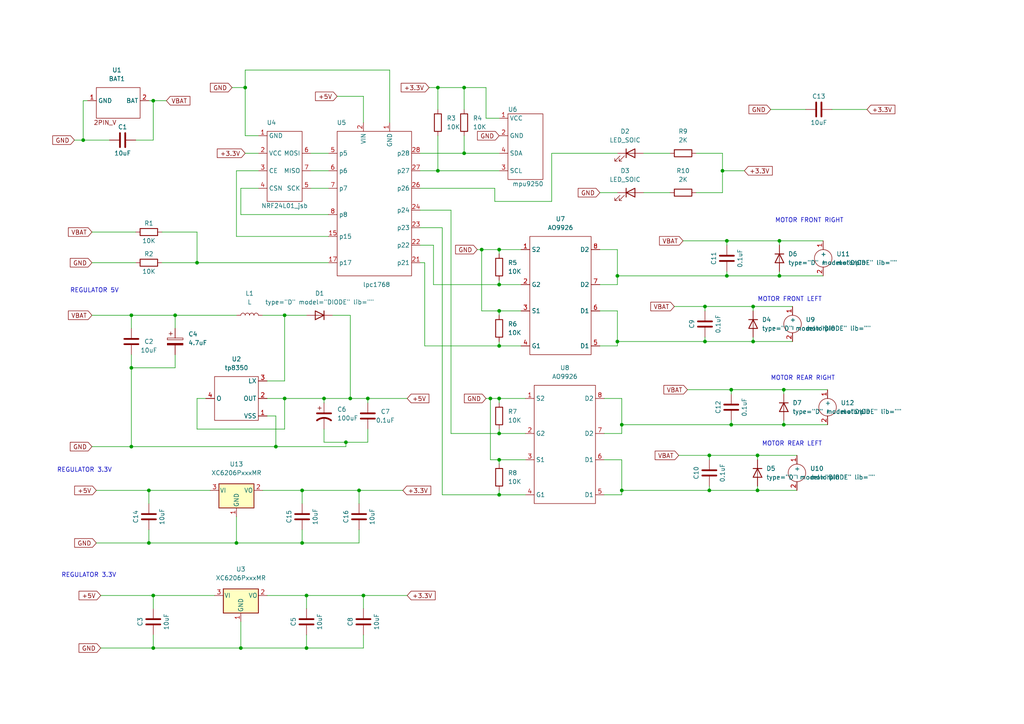
<source format=kicad_sch>
(kicad_sch (version 20211123) (generator eeschema)

  (uuid 0aa6e0c5-d95a-4590-bf51-792a033391f6)

  (paper "A4")

  (lib_symbols
    (symbol "AO9926:AO9926" (in_bom yes) (on_board yes)
      (property "Reference" "U" (id 0) (at 0 0 0)
        (effects (font (size 1.27 1.27)))
      )
      (property "Value" "AO9926" (id 1) (at 0 -22.86 0)
        (effects (font (size 1.27 1.27)))
      )
      (property "Footprint" "" (id 2) (at 0 0 0)
        (effects (font (size 1.27 1.27)) hide)
      )
      (property "Datasheet" "" (id 3) (at 0 0 0)
        (effects (font (size 1.27 1.27)) hide)
      )
      (symbol "AO9926_0_1"
        (rectangle (start -7.62 15.24) (end 10.16 -19.05)
          (stroke (width 0) (type default) (color 0 0 0 0))
          (fill (type none))
        )
      )
      (symbol "AO9926_1_1"
        (pin input line (at -10.16 11.43 0) (length 2.54)
          (name "S2" (effects (font (size 1.27 1.27))))
          (number "1" (effects (font (size 1.27 1.27))))
        )
        (pin input line (at -10.16 1.27 0) (length 2.54)
          (name "G2" (effects (font (size 1.27 1.27))))
          (number "2" (effects (font (size 1.27 1.27))))
        )
        (pin input line (at -10.16 -6.35 0) (length 2.54)
          (name "S1" (effects (font (size 1.27 1.27))))
          (number "3" (effects (font (size 1.27 1.27))))
        )
        (pin input line (at -10.16 -16.51 0) (length 2.54)
          (name "G1" (effects (font (size 1.27 1.27))))
          (number "4" (effects (font (size 1.27 1.27))))
        )
        (pin input line (at 12.7 -16.51 180) (length 2.54)
          (name "D1" (effects (font (size 1.27 1.27))))
          (number "5" (effects (font (size 1.27 1.27))))
        )
        (pin input line (at 12.7 -6.35 180) (length 2.54)
          (name "D1" (effects (font (size 1.27 1.27))))
          (number "6" (effects (font (size 1.27 1.27))))
        )
        (pin input line (at 12.7 1.27 180) (length 2.54)
          (name "D2" (effects (font (size 1.27 1.27))))
          (number "7" (effects (font (size 1.27 1.27))))
        )
        (pin input line (at 12.7 11.43 180) (length 2.54)
          (name "D2" (effects (font (size 1.27 1.27))))
          (number "8" (effects (font (size 1.27 1.27))))
        )
      )
    )
    (symbol "BATHOLE:BAT1" (in_bom yes) (on_board yes)
      (property "Reference" "U" (id 0) (at 0 0 0)
        (effects (font (size 1.27 1.27)))
      )
      (property "Value" "BAT1" (id 1) (at -3.81 -2.54 0)
        (effects (font (size 1.27 1.27)))
      )
      (property "Footprint" "" (id 2) (at 0 0 0)
        (effects (font (size 1.27 1.27)) hide)
      )
      (property "Datasheet" "" (id 3) (at 0 0 0)
        (effects (font (size 1.27 1.27)) hide)
      )
      (symbol "BAT1_0_0"
        (text "2PIN_V" (at -3.81 -5.08 0)
          (effects (font (size 1.27 1.27)))
        )
      )
      (symbol "BAT1_0_1"
        (rectangle (start -6.35 5.08) (end 6.35 -3.81)
          (stroke (width 0) (type default) (color 0 0 0 0))
          (fill (type none))
        )
      )
      (symbol "BAT1_1_1"
        (pin input line (at -8.89 1.27 0) (length 2.54)
          (name "GND" (effects (font (size 1.27 1.27))))
          (number "1" (effects (font (size 1.27 1.27))))
        )
        (pin input line (at 8.89 1.27 180) (length 2.54)
          (name "BAT" (effects (font (size 1.27 1.27))))
          (number "2" (effects (font (size 1.27 1.27))))
        )
      )
    )
    (symbol "Device:C" (pin_numbers hide) (pin_names (offset 0.254)) (in_bom yes) (on_board yes)
      (property "Reference" "C" (id 0) (at 0.635 2.54 0)
        (effects (font (size 1.27 1.27)) (justify left))
      )
      (property "Value" "C" (id 1) (at 0.635 -2.54 0)
        (effects (font (size 1.27 1.27)) (justify left))
      )
      (property "Footprint" "" (id 2) (at 0.9652 -3.81 0)
        (effects (font (size 1.27 1.27)) hide)
      )
      (property "Datasheet" "~" (id 3) (at 0 0 0)
        (effects (font (size 1.27 1.27)) hide)
      )
      (property "ki_keywords" "cap capacitor" (id 4) (at 0 0 0)
        (effects (font (size 1.27 1.27)) hide)
      )
      (property "ki_description" "Unpolarized capacitor" (id 5) (at 0 0 0)
        (effects (font (size 1.27 1.27)) hide)
      )
      (property "ki_fp_filters" "C_*" (id 6) (at 0 0 0)
        (effects (font (size 1.27 1.27)) hide)
      )
      (symbol "C_0_1"
        (polyline
          (pts
            (xy -2.032 -0.762)
            (xy 2.032 -0.762)
          )
          (stroke (width 0.508) (type default) (color 0 0 0 0))
          (fill (type none))
        )
        (polyline
          (pts
            (xy -2.032 0.762)
            (xy 2.032 0.762)
          )
          (stroke (width 0.508) (type default) (color 0 0 0 0))
          (fill (type none))
        )
      )
      (symbol "C_1_1"
        (pin passive line (at 0 3.81 270) (length 2.794)
          (name "~" (effects (font (size 1.27 1.27))))
          (number "1" (effects (font (size 1.27 1.27))))
        )
        (pin passive line (at 0 -3.81 90) (length 2.794)
          (name "~" (effects (font (size 1.27 1.27))))
          (number "2" (effects (font (size 1.27 1.27))))
        )
      )
    )
    (symbol "Device:C_Polarized" (pin_numbers hide) (pin_names (offset 0.254)) (in_bom yes) (on_board yes)
      (property "Reference" "C" (id 0) (at 0.635 2.54 0)
        (effects (font (size 1.27 1.27)) (justify left))
      )
      (property "Value" "C_Polarized" (id 1) (at 0.635 -2.54 0)
        (effects (font (size 1.27 1.27)) (justify left))
      )
      (property "Footprint" "" (id 2) (at 0.9652 -3.81 0)
        (effects (font (size 1.27 1.27)) hide)
      )
      (property "Datasheet" "~" (id 3) (at 0 0 0)
        (effects (font (size 1.27 1.27)) hide)
      )
      (property "ki_keywords" "cap capacitor" (id 4) (at 0 0 0)
        (effects (font (size 1.27 1.27)) hide)
      )
      (property "ki_description" "Polarized capacitor" (id 5) (at 0 0 0)
        (effects (font (size 1.27 1.27)) hide)
      )
      (property "ki_fp_filters" "CP_*" (id 6) (at 0 0 0)
        (effects (font (size 1.27 1.27)) hide)
      )
      (symbol "C_Polarized_0_1"
        (rectangle (start -2.286 0.508) (end 2.286 1.016)
          (stroke (width 0) (type default) (color 0 0 0 0))
          (fill (type none))
        )
        (polyline
          (pts
            (xy -1.778 2.286)
            (xy -0.762 2.286)
          )
          (stroke (width 0) (type default) (color 0 0 0 0))
          (fill (type none))
        )
        (polyline
          (pts
            (xy -1.27 2.794)
            (xy -1.27 1.778)
          )
          (stroke (width 0) (type default) (color 0 0 0 0))
          (fill (type none))
        )
        (rectangle (start 2.286 -0.508) (end -2.286 -1.016)
          (stroke (width 0) (type default) (color 0 0 0 0))
          (fill (type outline))
        )
      )
      (symbol "C_Polarized_1_1"
        (pin passive line (at 0 3.81 270) (length 2.794)
          (name "~" (effects (font (size 1.27 1.27))))
          (number "1" (effects (font (size 1.27 1.27))))
        )
        (pin passive line (at 0 -3.81 90) (length 2.794)
          (name "~" (effects (font (size 1.27 1.27))))
          (number "2" (effects (font (size 1.27 1.27))))
        )
      )
    )
    (symbol "Device:C_Polarized_US" (pin_numbers hide) (pin_names (offset 0.254) hide) (in_bom yes) (on_board yes)
      (property "Reference" "C" (id 0) (at 0.635 2.54 0)
        (effects (font (size 1.27 1.27)) (justify left))
      )
      (property "Value" "C_Polarized_US" (id 1) (at 0.635 -2.54 0)
        (effects (font (size 1.27 1.27)) (justify left))
      )
      (property "Footprint" "" (id 2) (at 0 0 0)
        (effects (font (size 1.27 1.27)) hide)
      )
      (property "Datasheet" "~" (id 3) (at 0 0 0)
        (effects (font (size 1.27 1.27)) hide)
      )
      (property "ki_keywords" "cap capacitor" (id 4) (at 0 0 0)
        (effects (font (size 1.27 1.27)) hide)
      )
      (property "ki_description" "Polarized capacitor, US symbol" (id 5) (at 0 0 0)
        (effects (font (size 1.27 1.27)) hide)
      )
      (property "ki_fp_filters" "CP_*" (id 6) (at 0 0 0)
        (effects (font (size 1.27 1.27)) hide)
      )
      (symbol "C_Polarized_US_0_1"
        (polyline
          (pts
            (xy -2.032 0.762)
            (xy 2.032 0.762)
          )
          (stroke (width 0.508) (type default) (color 0 0 0 0))
          (fill (type none))
        )
        (polyline
          (pts
            (xy -1.778 2.286)
            (xy -0.762 2.286)
          )
          (stroke (width 0) (type default) (color 0 0 0 0))
          (fill (type none))
        )
        (polyline
          (pts
            (xy -1.27 1.778)
            (xy -1.27 2.794)
          )
          (stroke (width 0) (type default) (color 0 0 0 0))
          (fill (type none))
        )
        (arc (start 2.032 -1.27) (mid 0 -0.5572) (end -2.032 -1.27)
          (stroke (width 0.508) (type default) (color 0 0 0 0))
          (fill (type none))
        )
      )
      (symbol "C_Polarized_US_1_1"
        (pin passive line (at 0 3.81 270) (length 2.794)
          (name "~" (effects (font (size 1.27 1.27))))
          (number "1" (effects (font (size 1.27 1.27))))
        )
        (pin passive line (at 0 -3.81 90) (length 3.302)
          (name "~" (effects (font (size 1.27 1.27))))
          (number "2" (effects (font (size 1.27 1.27))))
        )
      )
    )
    (symbol "Device:L" (pin_numbers hide) (pin_names (offset 1.016) hide) (in_bom yes) (on_board yes)
      (property "Reference" "L" (id 0) (at -1.27 0 90)
        (effects (font (size 1.27 1.27)))
      )
      (property "Value" "L" (id 1) (at 1.905 0 90)
        (effects (font (size 1.27 1.27)))
      )
      (property "Footprint" "" (id 2) (at 0 0 0)
        (effects (font (size 1.27 1.27)) hide)
      )
      (property "Datasheet" "~" (id 3) (at 0 0 0)
        (effects (font (size 1.27 1.27)) hide)
      )
      (property "ki_keywords" "inductor choke coil reactor magnetic" (id 4) (at 0 0 0)
        (effects (font (size 1.27 1.27)) hide)
      )
      (property "ki_description" "Inductor" (id 5) (at 0 0 0)
        (effects (font (size 1.27 1.27)) hide)
      )
      (property "ki_fp_filters" "Choke_* *Coil* Inductor_* L_*" (id 6) (at 0 0 0)
        (effects (font (size 1.27 1.27)) hide)
      )
      (symbol "L_0_1"
        (arc (start 0 -2.54) (mid 0.635 -1.905) (end 0 -1.27)
          (stroke (width 0) (type default) (color 0 0 0 0))
          (fill (type none))
        )
        (arc (start 0 -1.27) (mid 0.635 -0.635) (end 0 0)
          (stroke (width 0) (type default) (color 0 0 0 0))
          (fill (type none))
        )
        (arc (start 0 0) (mid 0.635 0.635) (end 0 1.27)
          (stroke (width 0) (type default) (color 0 0 0 0))
          (fill (type none))
        )
        (arc (start 0 1.27) (mid 0.635 1.905) (end 0 2.54)
          (stroke (width 0) (type default) (color 0 0 0 0))
          (fill (type none))
        )
      )
      (symbol "L_1_1"
        (pin passive line (at 0 3.81 270) (length 1.27)
          (name "1" (effects (font (size 1.27 1.27))))
          (number "1" (effects (font (size 1.27 1.27))))
        )
        (pin passive line (at 0 -3.81 90) (length 1.27)
          (name "2" (effects (font (size 1.27 1.27))))
          (number "2" (effects (font (size 1.27 1.27))))
        )
      )
    )
    (symbol "Device:LED" (pin_numbers hide) (pin_names (offset 1.016) hide) (in_bom yes) (on_board yes)
      (property "Reference" "D" (id 0) (at 0 2.54 0)
        (effects (font (size 1.27 1.27)))
      )
      (property "Value" "LED" (id 1) (at 0 -2.54 0)
        (effects (font (size 1.27 1.27)))
      )
      (property "Footprint" "" (id 2) (at 0 0 0)
        (effects (font (size 1.27 1.27)) hide)
      )
      (property "Datasheet" "~" (id 3) (at 0 0 0)
        (effects (font (size 1.27 1.27)) hide)
      )
      (property "ki_keywords" "LED diode" (id 4) (at 0 0 0)
        (effects (font (size 1.27 1.27)) hide)
      )
      (property "ki_description" "Light emitting diode" (id 5) (at 0 0 0)
        (effects (font (size 1.27 1.27)) hide)
      )
      (property "ki_fp_filters" "LED* LED_SMD:* LED_THT:*" (id 6) (at 0 0 0)
        (effects (font (size 1.27 1.27)) hide)
      )
      (symbol "LED_0_1"
        (polyline
          (pts
            (xy -1.27 -1.27)
            (xy -1.27 1.27)
          )
          (stroke (width 0.254) (type default) (color 0 0 0 0))
          (fill (type none))
        )
        (polyline
          (pts
            (xy -1.27 0)
            (xy 1.27 0)
          )
          (stroke (width 0) (type default) (color 0 0 0 0))
          (fill (type none))
        )
        (polyline
          (pts
            (xy 1.27 -1.27)
            (xy 1.27 1.27)
            (xy -1.27 0)
            (xy 1.27 -1.27)
          )
          (stroke (width 0.254) (type default) (color 0 0 0 0))
          (fill (type none))
        )
        (polyline
          (pts
            (xy -3.048 -0.762)
            (xy -4.572 -2.286)
            (xy -3.81 -2.286)
            (xy -4.572 -2.286)
            (xy -4.572 -1.524)
          )
          (stroke (width 0) (type default) (color 0 0 0 0))
          (fill (type none))
        )
        (polyline
          (pts
            (xy -1.778 -0.762)
            (xy -3.302 -2.286)
            (xy -2.54 -2.286)
            (xy -3.302 -2.286)
            (xy -3.302 -1.524)
          )
          (stroke (width 0) (type default) (color 0 0 0 0))
          (fill (type none))
        )
      )
      (symbol "LED_1_1"
        (pin passive line (at -3.81 0 0) (length 2.54)
          (name "K" (effects (font (size 1.27 1.27))))
          (number "1" (effects (font (size 1.27 1.27))))
        )
        (pin passive line (at 3.81 0 180) (length 2.54)
          (name "A" (effects (font (size 1.27 1.27))))
          (number "2" (effects (font (size 1.27 1.27))))
        )
      )
    )
    (symbol "Device:R" (pin_numbers hide) (pin_names (offset 0)) (in_bom yes) (on_board yes)
      (property "Reference" "R" (id 0) (at 2.032 0 90)
        (effects (font (size 1.27 1.27)))
      )
      (property "Value" "R" (id 1) (at 0 0 90)
        (effects (font (size 1.27 1.27)))
      )
      (property "Footprint" "" (id 2) (at -1.778 0 90)
        (effects (font (size 1.27 1.27)) hide)
      )
      (property "Datasheet" "~" (id 3) (at 0 0 0)
        (effects (font (size 1.27 1.27)) hide)
      )
      (property "ki_keywords" "R res resistor" (id 4) (at 0 0 0)
        (effects (font (size 1.27 1.27)) hide)
      )
      (property "ki_description" "Resistor" (id 5) (at 0 0 0)
        (effects (font (size 1.27 1.27)) hide)
      )
      (property "ki_fp_filters" "R_*" (id 6) (at 0 0 0)
        (effects (font (size 1.27 1.27)) hide)
      )
      (symbol "R_0_1"
        (rectangle (start -1.016 -2.54) (end 1.016 2.54)
          (stroke (width 0.254) (type default) (color 0 0 0 0))
          (fill (type none))
        )
      )
      (symbol "R_1_1"
        (pin passive line (at 0 3.81 270) (length 1.27)
          (name "~" (effects (font (size 1.27 1.27))))
          (number "1" (effects (font (size 1.27 1.27))))
        )
        (pin passive line (at 0 -3.81 90) (length 1.27)
          (name "~" (effects (font (size 1.27 1.27))))
          (number "2" (effects (font (size 1.27 1.27))))
        )
      )
    )
    (symbol "LPC1768:lpc1768" (in_bom yes) (on_board yes)
      (property "Reference" "U5" (id 0) (at -10.16 31.75 0)
        (effects (font (size 1.27 1.27)))
      )
      (property "Value" "lpc1768" (id 1) (at 0 -15.24 0)
        (effects (font (size 1.27 1.27)))
      )
      (property "Footprint" "" (id 2) (at 0 0 0)
        (effects (font (size 1.27 1.27)) hide)
      )
      (property "Datasheet" "" (id 3) (at 0 0 0)
        (effects (font (size 1.27 1.27)) hide)
      )
      (symbol "lpc1768_0_1"
        (rectangle (start -11.43 29.21) (end 10.16 -12.7)
          (stroke (width 0) (type default) (color 0 0 0 0))
          (fill (type none))
        )
      )
      (symbol "lpc1768_1_1"
        (pin input line (at 3.81 31.75 270) (length 2.54)
          (name "GND" (effects (font (size 1.27 1.27))))
          (number "1" (effects (font (size 1.27 1.27))))
        )
        (pin output line (at -13.97 -1.27 0) (length 2.54)
          (name "p15" (effects (font (size 1.27 1.27))))
          (number "15" (effects (font (size 1.27 1.27))))
        )
        (pin input line (at -13.97 -8.89 0) (length 2.54)
          (name "p17" (effects (font (size 1.27 1.27))))
          (number "17" (effects (font (size 1.27 1.27))))
        )
        (pin input line (at -3.81 31.75 270) (length 2.54)
          (name "VIN" (effects (font (size 1.27 1.27))))
          (number "2" (effects (font (size 1.27 1.27))))
        )
        (pin input line (at 12.7 -8.89 180) (length 2.54)
          (name "p21" (effects (font (size 1.27 1.27))))
          (number "21" (effects (font (size 1.27 1.27))))
        )
        (pin input line (at 12.7 -3.81 180) (length 2.54)
          (name "p22" (effects (font (size 1.27 1.27))))
          (number "22" (effects (font (size 1.27 1.27))))
        )
        (pin input line (at 12.7 1.27 180) (length 2.54)
          (name "p23" (effects (font (size 1.27 1.27))))
          (number "23" (effects (font (size 1.27 1.27))))
        )
        (pin input line (at 12.7 6.35 180) (length 2.54)
          (name "p24" (effects (font (size 1.27 1.27))))
          (number "24" (effects (font (size 1.27 1.27))))
        )
        (pin input line (at 12.7 12.7 180) (length 2.54)
          (name "p26" (effects (font (size 1.27 1.27))))
          (number "26" (effects (font (size 1.27 1.27))))
        )
        (pin input line (at 12.7 17.78 180) (length 2.54)
          (name "p27" (effects (font (size 1.27 1.27))))
          (number "27" (effects (font (size 1.27 1.27))))
        )
        (pin input line (at 12.7 22.86 180) (length 2.54)
          (name "p28" (effects (font (size 1.27 1.27))))
          (number "28" (effects (font (size 1.27 1.27))))
        )
        (pin output line (at -13.97 22.86 0) (length 2.54)
          (name "p5" (effects (font (size 1.27 1.27))))
          (number "5" (effects (font (size 1.27 1.27))))
        )
        (pin input line (at -13.97 17.78 0) (length 2.54)
          (name "p6" (effects (font (size 1.27 1.27))))
          (number "6" (effects (font (size 1.27 1.27))))
        )
        (pin output line (at -13.97 12.7 0) (length 2.54)
          (name "p7" (effects (font (size 1.27 1.27))))
          (number "7" (effects (font (size 1.27 1.27))))
        )
        (pin output line (at -13.97 5.08 0) (length 2.54)
          (name "p8" (effects (font (size 1.27 1.27))))
          (number "8" (effects (font (size 1.27 1.27))))
        )
      )
    )
    (symbol "NRF24L01_jsb:NRF24L01_jsb" (in_bom yes) (on_board yes)
      (property "Reference" "U4" (id 0) (at -3.81 11.43 0)
        (effects (font (size 1.27 1.27)))
      )
      (property "Value" "NRF24L01_jsb" (id 1) (at 0 -12.7 0)
        (effects (font (size 1.27 1.27)))
      )
      (property "Footprint" "" (id 2) (at 0 0 0)
        (effects (font (size 1.27 1.27)) hide)
      )
      (property "Datasheet" "" (id 3) (at 0 0 0)
        (effects (font (size 1.27 1.27)) hide)
      )
      (symbol "NRF24L01_jsb_0_1"
        (rectangle (start -5.08 8.89) (end 5.08 -11.43)
          (stroke (width 0) (type default) (color 0 0 0 0))
          (fill (type none))
        )
      )
      (symbol "NRF24L01_jsb_1_1"
        (pin input line (at -7.62 7.62 0) (length 2.54)
          (name "GND" (effects (font (size 1.27 1.27))))
          (number "1" (effects (font (size 1.27 1.27))))
        )
        (pin input line (at -7.62 2.54 0) (length 2.54)
          (name "VCC" (effects (font (size 1.27 1.27))))
          (number "2" (effects (font (size 1.27 1.27))))
        )
        (pin input line (at -7.62 -2.54 0) (length 2.54)
          (name "CE" (effects (font (size 1.27 1.27))))
          (number "3" (effects (font (size 1.27 1.27))))
        )
        (pin input line (at -7.62 -7.62 0) (length 2.54)
          (name "CSN" (effects (font (size 1.27 1.27))))
          (number "4" (effects (font (size 1.27 1.27))))
        )
        (pin input line (at 7.62 -7.62 180) (length 2.54)
          (name "SCK" (effects (font (size 1.27 1.27))))
          (number "5" (effects (font (size 1.27 1.27))))
        )
        (pin input line (at 7.62 2.54 180) (length 2.54)
          (name "MOSI" (effects (font (size 1.27 1.27))))
          (number "6" (effects (font (size 1.27 1.27))))
        )
        (pin output line (at 7.62 -2.54 180) (length 2.54)
          (name "MISO" (effects (font (size 1.27 1.27))))
          (number "7" (effects (font (size 1.27 1.27))))
        )
      )
    )
    (symbol "Regulator_Linear:XC6206PxxxMR" (pin_names (offset 0.254)) (in_bom yes) (on_board yes)
      (property "Reference" "U3" (id 0) (at 0 7.62 0)
        (effects (font (size 1.27 1.27)))
      )
      (property "Value" "XC6206PxxxMR" (id 1) (at 0 5.08 0)
        (effects (font (size 1.27 1.27)))
      )
      (property "Footprint" "Package_TO_SOT_SMD:SOT-23" (id 2) (at 0 5.715 0)
        (effects (font (size 1.27 1.27) italic) hide)
      )
      (property "Datasheet" "https://www.torexsemi.com/file/xc6206/XC6206.pdf" (id 3) (at 0 0 0)
        (effects (font (size 1.27 1.27)) hide)
      )
      (property "ki_keywords" "Torex LDO Voltage Regulator Fixed Positive" (id 4) (at 0 0 0)
        (effects (font (size 1.27 1.27)) hide)
      )
      (property "ki_description" "Positive 60-250mA Low Dropout Regulator, Fixed Output, SOT-23" (id 5) (at 0 0 0)
        (effects (font (size 1.27 1.27)) hide)
      )
      (property "ki_fp_filters" "SOT?23*" (id 6) (at 0 0 0)
        (effects (font (size 1.27 1.27)) hide)
      )
      (symbol "XC6206PxxxMR_0_1"
        (rectangle (start -5.08 1.905) (end 5.08 -5.08)
          (stroke (width 0.254) (type default) (color 0 0 0 0))
          (fill (type background))
        )
      )
      (symbol "XC6206PxxxMR_1_1"
        (pin output line (at 0 -7.62 90) (length 2.54)
          (name "GND" (effects (font (size 1.27 1.27))))
          (number "1" (effects (font (size 1.27 1.27))))
        )
        (pin power_out line (at 7.62 0 180) (length 2.54)
          (name "VO" (effects (font (size 1.27 1.27))))
          (number "2" (effects (font (size 1.27 1.27))))
        )
        (pin input line (at -7.62 0 0) (length 2.54)
          (name "VI" (effects (font (size 1.27 1.27))))
          (number "3" (effects (font (size 1.27 1.27))))
        )
      )
    )
    (symbol "Simulation_SPICE:DIODE" (pin_numbers hide) (pin_names (offset 1.016) hide) (in_bom yes) (on_board yes)
      (property "Reference" "D" (id 0) (at 0 2.54 0)
        (effects (font (size 1.27 1.27)))
      )
      (property "Value" "DIODE" (id 1) (at 0 -2.54 0)
        (effects (font (size 1.27 1.27)))
      )
      (property "Footprint" "" (id 2) (at 0 0 0)
        (effects (font (size 1.27 1.27)) hide)
      )
      (property "Datasheet" "~" (id 3) (at 0 0 0)
        (effects (font (size 1.27 1.27)) hide)
      )
      (property "Spice_Netlist_Enabled" "Y" (id 4) (at 0 0 0)
        (effects (font (size 1.27 1.27)) (justify left) hide)
      )
      (property "Spice_Primitive" "D" (id 5) (at 0 0 0)
        (effects (font (size 1.27 1.27)) (justify left) hide)
      )
      (property "ki_keywords" "simulation" (id 6) (at 0 0 0)
        (effects (font (size 1.27 1.27)) hide)
      )
      (property "ki_description" "Diode, anode on pin 1, for simulation only!" (id 7) (at 0 0 0)
        (effects (font (size 1.27 1.27)) hide)
      )
      (symbol "DIODE_0_1"
        (polyline
          (pts
            (xy 1.27 0)
            (xy -1.27 0)
          )
          (stroke (width 0) (type default) (color 0 0 0 0))
          (fill (type none))
        )
        (polyline
          (pts
            (xy 1.27 1.27)
            (xy 1.27 -1.27)
          )
          (stroke (width 0.254) (type default) (color 0 0 0 0))
          (fill (type none))
        )
        (polyline
          (pts
            (xy -1.27 -1.27)
            (xy -1.27 1.27)
            (xy 1.27 0)
            (xy -1.27 -1.27)
          )
          (stroke (width 0.254) (type default) (color 0 0 0 0))
          (fill (type none))
        )
      )
      (symbol "DIODE_1_1"
        (pin passive line (at -3.81 0 0) (length 2.54)
          (name "A" (effects (font (size 1.27 1.27))))
          (number "1" (effects (font (size 1.27 1.27))))
        )
        (pin passive line (at 3.81 0 180) (length 2.54)
          (name "K" (effects (font (size 1.27 1.27))))
          (number "2" (effects (font (size 1.27 1.27))))
        )
      )
    )
    (symbol "motorPin:motorpin" (in_bom yes) (on_board yes)
      (property "Reference" "U" (id 0) (at 15.24 -5.08 0)
        (effects (font (size 1.27 1.27)))
      )
      (property "Value" "motorpin" (id 1) (at 0 -6.35 0)
        (effects (font (size 1.27 1.27)))
      )
      (property "Footprint" "" (id 2) (at 0 0 0)
        (effects (font (size 1.27 1.27)) hide)
      )
      (property "Datasheet" "" (id 3) (at 0 0 0)
        (effects (font (size 1.27 1.27)) hide)
      )
      (symbol "motorpin_0_1"
        (circle (center 0 0) (radius 2.54)
          (stroke (width 0) (type default) (color 0 0 0 0))
          (fill (type none))
        )
      )
      (symbol "motorpin_1_1"
        (pin input line (at 0 5.08 270) (length 2.54)
          (name "+" (effects (font (size 1.27 1.27))))
          (number "1" (effects (font (size 1.27 1.27))))
        )
        (pin output line (at 0 -5.08 90) (length 2.54)
          (name "-" (effects (font (size 1.27 1.27))))
          (number "2" (effects (font (size 1.27 1.27))))
        )
      )
    )
    (symbol "mpu9250_jsb:mpu9250" (in_bom yes) (on_board yes)
      (property "Reference" "U6" (id 0) (at 0 24.13 0)
        (effects (font (size 1.27 1.27)) (justify left))
      )
      (property "Value" "mpu9250" (id 1) (at 1.27 2.54 0)
        (effects (font (size 1.27 1.27)) (justify left))
      )
      (property "Footprint" "" (id 2) (at 0 0 0)
        (effects (font (size 1.27 1.27)) hide)
      )
      (property "Datasheet" "" (id 3) (at 0 0 0)
        (effects (font (size 1.27 1.27)) hide)
      )
      (symbol "mpu9250_0_1"
        (rectangle (start 0 22.86) (end 10.16 3.81)
          (stroke (width 0) (type default) (color 0 0 0 0))
          (fill (type none))
        )
      )
      (symbol "mpu9250_1_1"
        (pin input line (at -2.54 21.59 0) (length 2.54)
          (name "VCC" (effects (font (size 1.27 1.27))))
          (number "1" (effects (font (size 1.27 1.27))))
        )
        (pin input line (at -2.54 16.51 0) (length 2.54)
          (name "GND" (effects (font (size 1.27 1.27))))
          (number "2" (effects (font (size 1.27 1.27))))
        )
        (pin input line (at -2.54 6.35 0) (length 2.54)
          (name "SCL" (effects (font (size 1.27 1.27))))
          (number "3" (effects (font (size 1.27 1.27))))
        )
        (pin input line (at -2.54 11.43 0) (length 2.54)
          (name "SDA" (effects (font (size 1.27 1.27))))
          (number "4" (effects (font (size 1.27 1.27))))
        )
      )
    )
    (symbol "tp8350:tp8350" (in_bom yes) (on_board yes)
      (property "Reference" "U" (id 0) (at 0 0 0)
        (effects (font (size 1.27 1.27)))
      )
      (property "Value" "tp8350" (id 1) (at 0 -3.81 0)
        (effects (font (size 1.27 1.27)))
      )
      (property "Footprint" "" (id 2) (at 0 0 0)
        (effects (font (size 1.27 1.27)) hide)
      )
      (property "Datasheet" "" (id 3) (at 0 0 0)
        (effects (font (size 1.27 1.27)) hide)
      )
      (symbol "tp8350_0_1"
        (rectangle (start -6.35 11.43) (end 6.35 -1.27)
          (stroke (width 0) (type default) (color 0 0 0 0))
          (fill (type none))
        )
      )
      (symbol "tp8350_1_1"
        (pin input line (at 8.89 0 180) (length 2.54)
          (name "VSS" (effects (font (size 1.27 1.27))))
          (number "1" (effects (font (size 1.27 1.27))))
        )
        (pin input line (at 8.89 5.08 180) (length 2.54)
          (name "OUT" (effects (font (size 1.27 1.27))))
          (number "2" (effects (font (size 1.27 1.27))))
        )
        (pin input line (at 8.89 10.16 180) (length 2.54)
          (name "LX" (effects (font (size 1.27 1.27))))
          (number "3" (effects (font (size 1.27 1.27))))
        )
        (pin input line (at -8.89 5.08 0) (length 2.54)
          (name "O" (effects (font (size 1.27 1.27))))
          (number "4" (effects (font (size 1.27 1.27))))
        )
      )
    )
  )

  (junction (at 144.78 100.33) (diameter 0) (color 0 0 0 0)
    (uuid 00c6a87c-3481-4d55-a18e-ff965132e49f)
  )
  (junction (at 82.55 115.57) (diameter 0) (color 0 0 0 0)
    (uuid 03b92c96-5861-4e20-a025-c3d9d3935dbf)
  )
  (junction (at 218.44 88.9) (diameter 0) (color 0 0 0 0)
    (uuid 06104835-7b71-45f4-80b6-a4633babce48)
  )
  (junction (at 205.74 132.08) (diameter 0) (color 0 0 0 0)
    (uuid 081a5e40-9416-4955-ae09-7d55e3a4434d)
  )
  (junction (at 226.06 80.01) (diameter 0) (color 0 0 0 0)
    (uuid 0c6d638a-cd36-4fb5-90dc-6782f4b4726c)
  )
  (junction (at 226.06 69.85) (diameter 0) (color 0 0 0 0)
    (uuid 0c8d68c0-8315-4b2a-9a1a-f33f5eed0e4e)
  )
  (junction (at 88.9 172.72) (diameter 0) (color 0 0 0 0)
    (uuid 0eeb90f8-0adc-4ea9-8099-e5f14a4587ba)
  )
  (junction (at 50.8 91.44) (diameter 0) (color 0 0 0 0)
    (uuid 14e7f1f7-9a5f-4a02-93f5-c2d0198c4c55)
  )
  (junction (at 87.63 142.24) (diameter 0) (color 0 0 0 0)
    (uuid 17404c25-51c6-48df-b381-b4cad02add2f)
  )
  (junction (at 219.71 132.08) (diameter 0) (color 0 0 0 0)
    (uuid 17598001-36cc-4aeb-a80b-0c6b11f97c54)
  )
  (junction (at 101.6 115.57) (diameter 0) (color 0 0 0 0)
    (uuid 177c85e7-88a8-43ed-ae26-1bf13b179e20)
  )
  (junction (at 88.9 187.96) (diameter 0) (color 0 0 0 0)
    (uuid 19dcbb67-1792-455a-a5b1-eceb313b5545)
  )
  (junction (at 227.33 113.03) (diameter 0) (color 0 0 0 0)
    (uuid 1bd57de0-3b2f-48b4-ba8c-df0fbf844af3)
  )
  (junction (at 180.34 123.19) (diameter 0) (color 0 0 0 0)
    (uuid 1d151f5b-9412-481e-8b85-664eac7c6554)
  )
  (junction (at 144.78 82.55) (diameter 0) (color 0 0 0 0)
    (uuid 21197158-710b-4eb3-952d-67e3e3f7fe3e)
  )
  (junction (at 127 25.4) (diameter 0) (color 0 0 0 0)
    (uuid 24de260d-674e-48e8-9663-8d56cedb51b4)
  )
  (junction (at 104.14 142.24) (diameter 0) (color 0 0 0 0)
    (uuid 264ec82a-4450-400a-8a7c-1e3cbe64e95d)
  )
  (junction (at 204.47 99.06) (diameter 0) (color 0 0 0 0)
    (uuid 27cc18dc-fc15-4c57-84fc-ab5a38acf759)
  )
  (junction (at 227.33 123.19) (diameter 0) (color 0 0 0 0)
    (uuid 2d9e028a-3667-4a27-8539-13c82e181f15)
  )
  (junction (at 144.78 125.73) (diameter 0) (color 0 0 0 0)
    (uuid 2e489888-98a7-4dc9-a3f0-e9d2e97aaf6a)
  )
  (junction (at 69.85 187.96) (diameter 0) (color 0 0 0 0)
    (uuid 2e7061a8-855e-470a-99d0-be956b10b613)
  )
  (junction (at 68.58 157.48) (diameter 0) (color 0 0 0 0)
    (uuid 2f5895c2-f102-4e30-b8b6-488b9bdc8522)
  )
  (junction (at 43.18 157.48) (diameter 0) (color 0 0 0 0)
    (uuid 3ad07774-fda1-441b-b378-9aea5d885ed5)
  )
  (junction (at 219.71 142.24) (diameter 0) (color 0 0 0 0)
    (uuid 434ddb96-7f88-4373-9e10-6a9f3f4228bf)
  )
  (junction (at 24.13 40.64) (diameter 0) (color 0 0 0 0)
    (uuid 43e5dce5-212f-401e-bcb1-8e1f0c298cab)
  )
  (junction (at 38.1 106.68) (diameter 0) (color 0 0 0 0)
    (uuid 4575f726-ab6f-404f-9496-85a2b61a740e)
  )
  (junction (at 139.7 72.39) (diameter 0) (color 0 0 0 0)
    (uuid 49fa3e5a-698f-467e-a2e6-c7fc81005079)
  )
  (junction (at 43.18 142.24) (diameter 0) (color 0 0 0 0)
    (uuid 4f5f19f5-23e5-4ce5-b6b1-bba7063f9ab0)
  )
  (junction (at 93.98 115.57) (diameter 0) (color 0 0 0 0)
    (uuid 53f631d6-ce93-4b2e-9c7c-31be4a900673)
  )
  (junction (at 144.78 115.57) (diameter 0) (color 0 0 0 0)
    (uuid 5809bdbb-1076-4fc1-8135-1a2752d19dae)
  )
  (junction (at 210.82 80.01) (diameter 0) (color 0 0 0 0)
    (uuid 5acd788e-1c92-4494-bb23-3aba687503bb)
  )
  (junction (at 134.62 44.45) (diameter 0) (color 0 0 0 0)
    (uuid 5b7fcb04-432e-4a8d-902b-6562dba60008)
  )
  (junction (at 142.24 115.57) (diameter 0) (color 0 0 0 0)
    (uuid 647d4fc0-662b-480a-9036-e1cda9949220)
  )
  (junction (at 80.01 129.54) (diameter 0) (color 0 0 0 0)
    (uuid 649f3f58-2ab9-4ac7-a765-7b73cfdefc1a)
  )
  (junction (at 127 49.53) (diameter 0) (color 0 0 0 0)
    (uuid 691b3534-2d49-43cf-a45c-3abe1f6b751d)
  )
  (junction (at 87.63 157.48) (diameter 0) (color 0 0 0 0)
    (uuid 71b5058f-5bfe-4050-abf8-cf5da3346534)
  )
  (junction (at 179.07 80.01) (diameter 0) (color 0 0 0 0)
    (uuid 71d17c2b-36af-4410-b5bd-05d6dd460ede)
  )
  (junction (at 105.41 172.72) (diameter 0) (color 0 0 0 0)
    (uuid 726c1453-b500-4f37-90dc-84845fb14db3)
  )
  (junction (at 82.55 91.44) (diameter 0) (color 0 0 0 0)
    (uuid 79d6711e-85c2-4898-9afc-554a31092da8)
  )
  (junction (at 180.34 142.24) (diameter 0) (color 0 0 0 0)
    (uuid 7b7429f0-a8dd-4679-bae5-04fd890d730f)
  )
  (junction (at 212.09 113.03) (diameter 0) (color 0 0 0 0)
    (uuid 7e2d26ea-0252-4478-9836-d596cb17f1af)
  )
  (junction (at 144.78 90.17) (diameter 0) (color 0 0 0 0)
    (uuid 8687276b-7684-4a3e-befe-5056f71502b0)
  )
  (junction (at 218.44 99.06) (diameter 0) (color 0 0 0 0)
    (uuid 8ed82da0-af3d-4735-b1f6-3084528c30b4)
  )
  (junction (at 71.12 25.4) (diameter 0) (color 0 0 0 0)
    (uuid 94674595-2e24-4761-a13c-4dc23b403a7b)
  )
  (junction (at 179.07 99.06) (diameter 0) (color 0 0 0 0)
    (uuid 9bbb3511-7ef0-43fb-9450-5f077bac939e)
  )
  (junction (at 144.78 133.35) (diameter 0) (color 0 0 0 0)
    (uuid 9f4a3f74-6556-4b72-b462-d33980dd9a3e)
  )
  (junction (at 44.45 29.21) (diameter 0) (color 0 0 0 0)
    (uuid ab3757ae-c19e-485b-ac99-b4eb4184c601)
  )
  (junction (at 134.62 25.4) (diameter 0) (color 0 0 0 0)
    (uuid b06f361e-34eb-4936-bb83-f5803cb749a7)
  )
  (junction (at 144.78 143.51) (diameter 0) (color 0 0 0 0)
    (uuid c247e663-ca60-4e3f-9973-17aba65fd51d)
  )
  (junction (at 205.74 142.24) (diameter 0) (color 0 0 0 0)
    (uuid c256634d-bc2d-44bb-9d1d-d9925a0c0782)
  )
  (junction (at 44.45 187.96) (diameter 0) (color 0 0 0 0)
    (uuid c3ee563d-7b9b-4a18-a2c4-5ca1a14c2f19)
  )
  (junction (at 57.15 76.2) (diameter 0) (color 0 0 0 0)
    (uuid c49c3045-e457-4ec1-b301-7fd7e8d43c6c)
  )
  (junction (at 106.68 115.57) (diameter 0) (color 0 0 0 0)
    (uuid c4e1d6e2-eee0-4850-a480-5f432e3b277b)
  )
  (junction (at 210.82 69.85) (diameter 0) (color 0 0 0 0)
    (uuid d2b7e3da-5ee8-4a81-b86c-f3addb3b222d)
  )
  (junction (at 209.55 49.53) (diameter 0) (color 0 0 0 0)
    (uuid d793e7ff-8ddb-43c9-b729-878ce78a4144)
  )
  (junction (at 44.45 172.72) (diameter 0) (color 0 0 0 0)
    (uuid dffa5e66-b274-429d-8ab0-91d87f520dd3)
  )
  (junction (at 144.78 72.39) (diameter 0) (color 0 0 0 0)
    (uuid ebcb9f67-c5a3-4d93-beb7-ab03b292cff8)
  )
  (junction (at 100.33 128.27) (diameter 0) (color 0 0 0 0)
    (uuid ec31c5a1-ae65-4501-b28d-a679cbe11200)
  )
  (junction (at 38.1 91.44) (diameter 0) (color 0 0 0 0)
    (uuid f3585372-0ee5-4c32-9c17-f4c7af0c4104)
  )
  (junction (at 204.47 88.9) (diameter 0) (color 0 0 0 0)
    (uuid f5a01d66-2e57-493f-b844-4f14b7a7af0f)
  )
  (junction (at 38.1 129.54) (diameter 0) (color 0 0 0 0)
    (uuid f5c33210-5b76-4e12-af2c-74a407c152e2)
  )
  (junction (at 212.09 123.19) (diameter 0) (color 0 0 0 0)
    (uuid f951b6dd-ef78-4e08-89ce-66dc9e8043f3)
  )

  (wire (pts (xy 130.81 125.73) (xy 144.78 125.73))
    (stroke (width 0) (type default) (color 0 0 0 0))
    (uuid 01d2675f-070f-4934-a678-713099ea514e)
  )
  (wire (pts (xy 209.55 44.45) (xy 209.55 49.53))
    (stroke (width 0) (type default) (color 0 0 0 0))
    (uuid 026e9954-9f46-463d-8f8d-62c590291b5a)
  )
  (wire (pts (xy 139.7 72.39) (xy 139.7 90.17))
    (stroke (width 0) (type default) (color 0 0 0 0))
    (uuid 0279c7a1-5aa6-482f-bf27-2cf15a2ee283)
  )
  (wire (pts (xy 77.47 172.72) (xy 88.9 172.72))
    (stroke (width 0) (type default) (color 0 0 0 0))
    (uuid 02b3cba0-5f4a-40a1-a65f-f59e1e5ef1bf)
  )
  (wire (pts (xy 144.78 115.57) (xy 152.4 115.57))
    (stroke (width 0) (type default) (color 0 0 0 0))
    (uuid 02b5a1ed-0195-4b55-b218-07595071c721)
  )
  (wire (pts (xy 71.12 20.32) (xy 71.12 25.4))
    (stroke (width 0) (type default) (color 0 0 0 0))
    (uuid 03cce884-2e87-45df-86ec-0dc255425156)
  )
  (wire (pts (xy 127 49.53) (xy 144.78 49.53))
    (stroke (width 0) (type default) (color 0 0 0 0))
    (uuid 04c24fa9-a50b-4bd7-be0e-8606196d0e73)
  )
  (wire (pts (xy 38.1 106.68) (xy 38.1 129.54))
    (stroke (width 0) (type default) (color 0 0 0 0))
    (uuid 06683d3f-c1a3-4f23-b56d-321fc5d17816)
  )
  (wire (pts (xy 180.34 142.24) (xy 205.74 142.24))
    (stroke (width 0) (type default) (color 0 0 0 0))
    (uuid 06848b5b-2238-46c7-9f0a-92395dad0dba)
  )
  (wire (pts (xy 90.17 44.45) (xy 95.25 44.45))
    (stroke (width 0) (type default) (color 0 0 0 0))
    (uuid 06dada77-58c6-4dfe-b04d-e0fbaa6575af)
  )
  (wire (pts (xy 219.71 132.08) (xy 231.14 132.08))
    (stroke (width 0) (type default) (color 0 0 0 0))
    (uuid 0796e44b-5b42-4ca5-b97f-b13590f04c92)
  )
  (wire (pts (xy 44.45 172.72) (xy 62.23 172.72))
    (stroke (width 0) (type default) (color 0 0 0 0))
    (uuid 09686371-bb3a-409a-aa0c-ae9b06143b3b)
  )
  (wire (pts (xy 212.09 123.19) (xy 227.33 123.19))
    (stroke (width 0) (type default) (color 0 0 0 0))
    (uuid 0b47b216-461e-437f-93b8-98fc3a7912bb)
  )
  (wire (pts (xy 97.79 27.94) (xy 105.41 27.94))
    (stroke (width 0) (type default) (color 0 0 0 0))
    (uuid 0bbe7d52-1739-4c7f-91ea-a56f71975183)
  )
  (wire (pts (xy 44.45 172.72) (xy 44.45 176.53))
    (stroke (width 0) (type default) (color 0 0 0 0))
    (uuid 0c48cfc6-1d64-4163-a1ca-5e4e4769c381)
  )
  (wire (pts (xy 241.3 31.75) (xy 251.46 31.75))
    (stroke (width 0) (type default) (color 0 0 0 0))
    (uuid 0e98ef6e-b82c-4308-a52a-84284de6884a)
  )
  (wire (pts (xy 68.58 49.53) (xy 68.58 68.58))
    (stroke (width 0) (type default) (color 0 0 0 0))
    (uuid 1091b393-3031-4d06-83a1-6115abc9c687)
  )
  (wire (pts (xy 71.12 20.32) (xy 113.03 20.32))
    (stroke (width 0) (type default) (color 0 0 0 0))
    (uuid 120633eb-b879-4361-847d-18da161b2653)
  )
  (wire (pts (xy 57.15 115.57) (xy 57.15 124.46))
    (stroke (width 0) (type default) (color 0 0 0 0))
    (uuid 1270136c-3631-4451-9e06-08d88c94cb9d)
  )
  (wire (pts (xy 160.02 44.45) (xy 179.07 44.45))
    (stroke (width 0) (type default) (color 0 0 0 0))
    (uuid 14277249-e37b-4021-a947-22984dd66430)
  )
  (wire (pts (xy 121.92 49.53) (xy 127 49.53))
    (stroke (width 0) (type default) (color 0 0 0 0))
    (uuid 15620590-bf80-4cd8-9466-ccebe42ecec9)
  )
  (wire (pts (xy 74.93 54.61) (xy 69.85 54.61))
    (stroke (width 0) (type default) (color 0 0 0 0))
    (uuid 15e20243-93a3-4894-9c40-326a830a75f1)
  )
  (wire (pts (xy 26.67 67.31) (xy 39.37 67.31))
    (stroke (width 0) (type default) (color 0 0 0 0))
    (uuid 17926b4d-dfa3-4233-bb0e-7e48f658009f)
  )
  (wire (pts (xy 143.51 58.42) (xy 160.02 58.42))
    (stroke (width 0) (type default) (color 0 0 0 0))
    (uuid 196e36da-cafe-4fd2-b3c9-1024e39583fb)
  )
  (wire (pts (xy 80.01 120.65) (xy 80.01 129.54))
    (stroke (width 0) (type default) (color 0 0 0 0))
    (uuid 1b6e36f7-866b-4d8b-9a84-193ce4743b14)
  )
  (wire (pts (xy 29.21 187.96) (xy 44.45 187.96))
    (stroke (width 0) (type default) (color 0 0 0 0))
    (uuid 1baa628b-8afd-45f1-8ed4-dc72d7d45e89)
  )
  (wire (pts (xy 88.9 184.15) (xy 88.9 187.96))
    (stroke (width 0) (type default) (color 0 0 0 0))
    (uuid 1ff4f9dc-c3b1-435f-8c0f-ed2ea48c27ba)
  )
  (wire (pts (xy 38.1 91.44) (xy 50.8 91.44))
    (stroke (width 0) (type default) (color 0 0 0 0))
    (uuid 2030b164-53dc-4891-adef-66996d8a6580)
  )
  (wire (pts (xy 175.26 133.35) (xy 180.34 133.35))
    (stroke (width 0) (type default) (color 0 0 0 0))
    (uuid 2078d20f-f075-45a1-aeb9-609ea3a4f823)
  )
  (wire (pts (xy 121.92 54.61) (xy 143.51 54.61))
    (stroke (width 0) (type default) (color 0 0 0 0))
    (uuid 2099bea9-8f14-4663-8377-9b4d029f8147)
  )
  (wire (pts (xy 25.4 29.21) (xy 24.13 29.21))
    (stroke (width 0) (type default) (color 0 0 0 0))
    (uuid 2208b9da-1d07-4ee6-a887-fd64415b6a13)
  )
  (wire (pts (xy 195.58 88.9) (xy 204.47 88.9))
    (stroke (width 0) (type default) (color 0 0 0 0))
    (uuid 22967f36-a34e-4982-bd5a-b083dceea7c2)
  )
  (wire (pts (xy 142.24 115.57) (xy 144.78 115.57))
    (stroke (width 0) (type default) (color 0 0 0 0))
    (uuid 22e8df4d-8415-40aa-9b0d-9c87322839c6)
  )
  (wire (pts (xy 223.52 31.75) (xy 233.68 31.75))
    (stroke (width 0) (type default) (color 0 0 0 0))
    (uuid 231451a8-2141-49fe-9b81-e6974eace673)
  )
  (wire (pts (xy 100.33 129.54) (xy 100.33 128.27))
    (stroke (width 0) (type default) (color 0 0 0 0))
    (uuid 23255fb7-6076-4fb7-9952-0ec0514da4e3)
  )
  (wire (pts (xy 210.82 80.01) (xy 226.06 80.01))
    (stroke (width 0) (type default) (color 0 0 0 0))
    (uuid 27859490-e4f8-4a63-970e-4283ad0dada5)
  )
  (wire (pts (xy 121.92 71.12) (xy 125.73 71.12))
    (stroke (width 0) (type default) (color 0 0 0 0))
    (uuid 27910fd1-0a57-41c4-aa4e-eb9d9d5a9a8e)
  )
  (wire (pts (xy 140.97 25.4) (xy 140.97 34.29))
    (stroke (width 0) (type default) (color 0 0 0 0))
    (uuid 293883f6-58a8-464f-9bb1-92de6d9a114d)
  )
  (wire (pts (xy 105.41 172.72) (xy 118.11 172.72))
    (stroke (width 0) (type default) (color 0 0 0 0))
    (uuid 2a10b689-88ad-4b90-a02c-0192fe175fcc)
  )
  (wire (pts (xy 26.67 91.44) (xy 38.1 91.44))
    (stroke (width 0) (type default) (color 0 0 0 0))
    (uuid 2e3fb958-4b98-401d-adde-28c109f75e19)
  )
  (wire (pts (xy 44.45 187.96) (xy 69.85 187.96))
    (stroke (width 0) (type default) (color 0 0 0 0))
    (uuid 2e918f3e-2a05-4e44-ad36-bd27a7b8cb30)
  )
  (wire (pts (xy 144.78 124.46) (xy 144.78 125.73))
    (stroke (width 0) (type default) (color 0 0 0 0))
    (uuid 2ec89dbc-f8d3-4a31-b46d-8ade066dddcb)
  )
  (wire (pts (xy 82.55 115.57) (xy 82.55 124.46))
    (stroke (width 0) (type default) (color 0 0 0 0))
    (uuid 302fd809-c118-4c5e-85ac-c7e355139973)
  )
  (wire (pts (xy 227.33 113.03) (xy 227.33 114.3))
    (stroke (width 0) (type default) (color 0 0 0 0))
    (uuid 316701a0-db2d-457a-97ae-40f46ed61c0f)
  )
  (wire (pts (xy 227.33 123.19) (xy 240.03 123.19))
    (stroke (width 0) (type default) (color 0 0 0 0))
    (uuid 3286d9dc-c62d-4f57-9794-9683fc62ac31)
  )
  (wire (pts (xy 21.59 40.64) (xy 24.13 40.64))
    (stroke (width 0) (type default) (color 0 0 0 0))
    (uuid 33696d0a-9fff-441b-8662-2e7be815cec0)
  )
  (wire (pts (xy 50.8 91.44) (xy 68.58 91.44))
    (stroke (width 0) (type default) (color 0 0 0 0))
    (uuid 342fb9b1-011d-484d-af1d-111a58bc16a1)
  )
  (wire (pts (xy 57.15 67.31) (xy 57.15 76.2))
    (stroke (width 0) (type default) (color 0 0 0 0))
    (uuid 3435000b-bda3-430e-a8dd-0e43c191f380)
  )
  (wire (pts (xy 140.97 34.29) (xy 144.78 34.29))
    (stroke (width 0) (type default) (color 0 0 0 0))
    (uuid 3488d8f0-3763-49a8-8e61-48049a686318)
  )
  (wire (pts (xy 24.13 29.21) (xy 24.13 40.64))
    (stroke (width 0) (type default) (color 0 0 0 0))
    (uuid 34b87af9-29e8-4695-9e4f-d963ba66ca9d)
  )
  (wire (pts (xy 68.58 68.58) (xy 95.25 68.58))
    (stroke (width 0) (type default) (color 0 0 0 0))
    (uuid 35c2f4eb-e2ca-4818-a983-2da5bbad008b)
  )
  (wire (pts (xy 180.34 133.35) (xy 180.34 142.24))
    (stroke (width 0) (type default) (color 0 0 0 0))
    (uuid 380f7cc1-4983-4138-8b50-496a8faa5683)
  )
  (wire (pts (xy 210.82 69.85) (xy 226.06 69.85))
    (stroke (width 0) (type default) (color 0 0 0 0))
    (uuid 38380b56-04e0-4ee4-b812-3a019c3858b7)
  )
  (wire (pts (xy 121.92 66.04) (xy 128.27 66.04))
    (stroke (width 0) (type default) (color 0 0 0 0))
    (uuid 38be9bed-8bfc-4fb6-be9e-71740ad104d2)
  )
  (wire (pts (xy 80.01 129.54) (xy 100.33 129.54))
    (stroke (width 0) (type default) (color 0 0 0 0))
    (uuid 395e965c-df77-49fa-af50-59f1f24b0860)
  )
  (wire (pts (xy 179.07 72.39) (xy 179.07 80.01))
    (stroke (width 0) (type default) (color 0 0 0 0))
    (uuid 3a63e2c4-949c-4d2d-95b8-587c41066b81)
  )
  (wire (pts (xy 43.18 142.24) (xy 43.18 146.05))
    (stroke (width 0) (type default) (color 0 0 0 0))
    (uuid 3aef83f2-c611-4783-b5b3-4f6da7790217)
  )
  (wire (pts (xy 77.47 120.65) (xy 80.01 120.65))
    (stroke (width 0) (type default) (color 0 0 0 0))
    (uuid 3b5a385e-3c37-421a-a156-73d2dd8514ab)
  )
  (wire (pts (xy 210.82 69.85) (xy 210.82 71.12))
    (stroke (width 0) (type default) (color 0 0 0 0))
    (uuid 3c6a36a7-5a5c-42c2-ab5a-2088c5236552)
  )
  (wire (pts (xy 128.27 66.04) (xy 128.27 143.51))
    (stroke (width 0) (type default) (color 0 0 0 0))
    (uuid 3df91be9-6d78-4200-b8c5-6e45038178ce)
  )
  (wire (pts (xy 93.98 128.27) (xy 100.33 128.27))
    (stroke (width 0) (type default) (color 0 0 0 0))
    (uuid 3e2ab9eb-ec15-48df-bc66-8b5c10232038)
  )
  (wire (pts (xy 144.78 90.17) (xy 144.78 91.44))
    (stroke (width 0) (type default) (color 0 0 0 0))
    (uuid 4018f822-d134-4000-9bd0-46d2ce4fa1d1)
  )
  (wire (pts (xy 209.55 49.53) (xy 215.9 49.53))
    (stroke (width 0) (type default) (color 0 0 0 0))
    (uuid 412e10a1-bf8e-401a-a5de-db39f7939622)
  )
  (wire (pts (xy 212.09 121.92) (xy 212.09 123.19))
    (stroke (width 0) (type default) (color 0 0 0 0))
    (uuid 428a5e8f-5d73-4e42-b910-8705b4a3fca7)
  )
  (wire (pts (xy 134.62 25.4) (xy 140.97 25.4))
    (stroke (width 0) (type default) (color 0 0 0 0))
    (uuid 42f993f1-51a9-422a-9932-1a6c03a696c5)
  )
  (wire (pts (xy 69.85 54.61) (xy 69.85 62.23))
    (stroke (width 0) (type default) (color 0 0 0 0))
    (uuid 44677d43-bee8-461c-a88d-3cacfd6bf569)
  )
  (wire (pts (xy 113.03 20.32) (xy 113.03 35.56))
    (stroke (width 0) (type default) (color 0 0 0 0))
    (uuid 4560ec43-d823-4acb-a3ef-7d737de471fa)
  )
  (wire (pts (xy 82.55 110.49) (xy 82.55 91.44))
    (stroke (width 0) (type default) (color 0 0 0 0))
    (uuid 45c56cf1-9bf2-4b72-ad6e-80eb58319e4d)
  )
  (wire (pts (xy 151.13 90.17) (xy 144.78 90.17))
    (stroke (width 0) (type default) (color 0 0 0 0))
    (uuid 465c106d-ebe8-4f22-9723-97c11ebc1740)
  )
  (wire (pts (xy 186.69 44.45) (xy 194.31 44.45))
    (stroke (width 0) (type default) (color 0 0 0 0))
    (uuid 491455b5-6bc3-458c-a547-0cfe7b2acaa6)
  )
  (wire (pts (xy 179.07 99.06) (xy 204.47 99.06))
    (stroke (width 0) (type default) (color 0 0 0 0))
    (uuid 4ab90cc7-a56d-4099-ad19-ec4d4e8db319)
  )
  (wire (pts (xy 96.52 91.44) (xy 101.6 91.44))
    (stroke (width 0) (type default) (color 0 0 0 0))
    (uuid 4bafc3ec-1615-46a3-8948-420340f1aa59)
  )
  (wire (pts (xy 198.12 69.85) (xy 210.82 69.85))
    (stroke (width 0) (type default) (color 0 0 0 0))
    (uuid 4d4cffee-b156-4e4b-afac-61967621a140)
  )
  (wire (pts (xy 76.2 91.44) (xy 82.55 91.44))
    (stroke (width 0) (type default) (color 0 0 0 0))
    (uuid 4f7063cd-ad08-4dd3-9d81-de7083e0884f)
  )
  (wire (pts (xy 204.47 88.9) (xy 218.44 88.9))
    (stroke (width 0) (type default) (color 0 0 0 0))
    (uuid 50742176-f70a-42a6-90e0-999325036449)
  )
  (wire (pts (xy 87.63 153.67) (xy 87.63 157.48))
    (stroke (width 0) (type default) (color 0 0 0 0))
    (uuid 508635dd-25e6-4f64-9929-ee2fc8cea3a1)
  )
  (wire (pts (xy 144.78 81.28) (xy 144.78 82.55))
    (stroke (width 0) (type default) (color 0 0 0 0))
    (uuid 512cfd0c-91bf-4b6d-a369-55bece59c998)
  )
  (wire (pts (xy 134.62 44.45) (xy 144.78 44.45))
    (stroke (width 0) (type default) (color 0 0 0 0))
    (uuid 520f5eb9-476f-4bac-a7ab-8366e87984e1)
  )
  (wire (pts (xy 205.74 142.24) (xy 219.71 142.24))
    (stroke (width 0) (type default) (color 0 0 0 0))
    (uuid 533f5d73-8106-4669-a113-773d84c6427a)
  )
  (wire (pts (xy 93.98 115.57) (xy 93.98 116.84))
    (stroke (width 0) (type default) (color 0 0 0 0))
    (uuid 548a656e-d802-44ec-9ce5-ff779a754171)
  )
  (wire (pts (xy 127 39.37) (xy 127 49.53))
    (stroke (width 0) (type default) (color 0 0 0 0))
    (uuid 55e5efaf-ac7f-47ba-b2cf-9f2a5fddc561)
  )
  (wire (pts (xy 121.92 60.96) (xy 130.81 60.96))
    (stroke (width 0) (type default) (color 0 0 0 0))
    (uuid 586263e1-c0ab-4e7f-90f2-c7e548635dd7)
  )
  (wire (pts (xy 130.81 60.96) (xy 130.81 125.73))
    (stroke (width 0) (type default) (color 0 0 0 0))
    (uuid 594a9ad2-3c12-4246-8e8f-933fac2c1244)
  )
  (wire (pts (xy 104.14 142.24) (xy 104.14 146.05))
    (stroke (width 0) (type default) (color 0 0 0 0))
    (uuid 5a75771c-50c3-4933-a732-a2b15a201e26)
  )
  (wire (pts (xy 180.34 142.24) (xy 180.34 143.51))
    (stroke (width 0) (type default) (color 0 0 0 0))
    (uuid 5af71acd-b812-496e-b516-211bd7711e47)
  )
  (wire (pts (xy 205.74 140.97) (xy 205.74 142.24))
    (stroke (width 0) (type default) (color 0 0 0 0))
    (uuid 5e530f71-0611-4734-b4c4-0c7763b594a7)
  )
  (wire (pts (xy 77.47 110.49) (xy 82.55 110.49))
    (stroke (width 0) (type default) (color 0 0 0 0))
    (uuid 5e8e6962-f74e-4326-a5ca-0b8e3e10a8b8)
  )
  (wire (pts (xy 44.45 29.21) (xy 48.26 29.21))
    (stroke (width 0) (type default) (color 0 0 0 0))
    (uuid 5f356617-71e9-49d5-99c2-097772216810)
  )
  (wire (pts (xy 143.51 54.61) (xy 143.51 58.42))
    (stroke (width 0) (type default) (color 0 0 0 0))
    (uuid 5fc8f5c5-6185-4180-b185-1975ac50374c)
  )
  (wire (pts (xy 88.9 172.72) (xy 88.9 176.53))
    (stroke (width 0) (type default) (color 0 0 0 0))
    (uuid 60229d8b-2b8c-4b65-8ca1-fab82105ed22)
  )
  (wire (pts (xy 204.47 88.9) (xy 204.47 90.17))
    (stroke (width 0) (type default) (color 0 0 0 0))
    (uuid 61cf60ce-79d0-47ee-a785-da7f3ecb3391)
  )
  (wire (pts (xy 127 25.4) (xy 127 31.75))
    (stroke (width 0) (type default) (color 0 0 0 0))
    (uuid 6459735b-40c0-446c-860b-5de8ecb7faa2)
  )
  (wire (pts (xy 57.15 76.2) (xy 95.25 76.2))
    (stroke (width 0) (type default) (color 0 0 0 0))
    (uuid 645febe1-dafc-48a6-bac5-92d2f76beeb7)
  )
  (wire (pts (xy 179.07 80.01) (xy 210.82 80.01))
    (stroke (width 0) (type default) (color 0 0 0 0))
    (uuid 6542be40-1c58-4710-8017-1ccde8e18e5f)
  )
  (wire (pts (xy 144.78 72.39) (xy 144.78 73.66))
    (stroke (width 0) (type default) (color 0 0 0 0))
    (uuid 69403d90-ef43-4cf1-9338-0c2617e97488)
  )
  (wire (pts (xy 50.8 106.68) (xy 38.1 106.68))
    (stroke (width 0) (type default) (color 0 0 0 0))
    (uuid 6b9e82c7-d506-4609-a7d9-6331a908a20c)
  )
  (wire (pts (xy 139.7 72.39) (xy 144.78 72.39))
    (stroke (width 0) (type default) (color 0 0 0 0))
    (uuid 6ddc517c-fc4d-4ef1-8899-2ee79fd6c513)
  )
  (wire (pts (xy 74.93 49.53) (xy 68.58 49.53))
    (stroke (width 0) (type default) (color 0 0 0 0))
    (uuid 70c10b52-e872-42de-8bf1-e89697d20573)
  )
  (wire (pts (xy 226.06 69.85) (xy 226.06 71.12))
    (stroke (width 0) (type default) (color 0 0 0 0))
    (uuid 73e21c6b-0698-4120-9b8c-9107e8a77669)
  )
  (wire (pts (xy 69.85 62.23) (xy 95.25 62.23))
    (stroke (width 0) (type default) (color 0 0 0 0))
    (uuid 7457cf5e-3977-455b-8d88-3ee3b4cae45a)
  )
  (wire (pts (xy 212.09 113.03) (xy 227.33 113.03))
    (stroke (width 0) (type default) (color 0 0 0 0))
    (uuid 74afad84-ba02-4f5c-9679-c195145fd254)
  )
  (wire (pts (xy 144.78 133.35) (xy 152.4 133.35))
    (stroke (width 0) (type default) (color 0 0 0 0))
    (uuid 74ec348d-e45f-4f41-8176-4d6ac5b2bfde)
  )
  (wire (pts (xy 204.47 97.79) (xy 204.47 99.06))
    (stroke (width 0) (type default) (color 0 0 0 0))
    (uuid 7679fc75-ac65-45a6-be0f-14ad559ea9cf)
  )
  (wire (pts (xy 44.45 184.15) (xy 44.45 187.96))
    (stroke (width 0) (type default) (color 0 0 0 0))
    (uuid 76840b61-19a8-47d8-b342-9ce8a7006ce2)
  )
  (wire (pts (xy 218.44 97.79) (xy 218.44 99.06))
    (stroke (width 0) (type default) (color 0 0 0 0))
    (uuid 797c5ce8-ce90-47ec-9884-eb1223c3db1e)
  )
  (wire (pts (xy 186.69 55.88) (xy 194.31 55.88))
    (stroke (width 0) (type default) (color 0 0 0 0))
    (uuid 7a67fe57-063b-4838-ad8e-94005687ae9c)
  )
  (wire (pts (xy 105.41 172.72) (xy 105.41 176.53))
    (stroke (width 0) (type default) (color 0 0 0 0))
    (uuid 7a9b26e3-2f71-4842-9d8c-879919e5eee6)
  )
  (wire (pts (xy 209.55 49.53) (xy 209.55 55.88))
    (stroke (width 0) (type default) (color 0 0 0 0))
    (uuid 7b4cc3f0-2804-4ef6-b689-d7b84fc49df4)
  )
  (wire (pts (xy 218.44 99.06) (xy 229.87 99.06))
    (stroke (width 0) (type default) (color 0 0 0 0))
    (uuid 7ee5decc-fbda-4120-9b38-ee94529bec0d)
  )
  (wire (pts (xy 227.33 121.92) (xy 227.33 123.19))
    (stroke (width 0) (type default) (color 0 0 0 0))
    (uuid 7fbc26c1-ef28-436d-92cf-9f82b5946f01)
  )
  (wire (pts (xy 144.78 142.24) (xy 144.78 143.51))
    (stroke (width 0) (type default) (color 0 0 0 0))
    (uuid 8089fa63-651a-45c0-bbbb-c0d4f893eec4)
  )
  (wire (pts (xy 196.85 132.08) (xy 205.74 132.08))
    (stroke (width 0) (type default) (color 0 0 0 0))
    (uuid 80b5c206-d259-4f19-9e25-9968cdebf392)
  )
  (wire (pts (xy 90.17 49.53) (xy 95.25 49.53))
    (stroke (width 0) (type default) (color 0 0 0 0))
    (uuid 8188f5d0-deeb-4b05-91a3-de99b51269a3)
  )
  (wire (pts (xy 179.07 82.55) (xy 173.99 82.55))
    (stroke (width 0) (type default) (color 0 0 0 0))
    (uuid 840a19db-3fc2-4ace-9191-62c66f015a9d)
  )
  (wire (pts (xy 68.58 149.86) (xy 68.58 157.48))
    (stroke (width 0) (type default) (color 0 0 0 0))
    (uuid 86c25e1a-57f3-4307-8d72-c3340f155c78)
  )
  (wire (pts (xy 179.07 80.01) (xy 179.07 82.55))
    (stroke (width 0) (type default) (color 0 0 0 0))
    (uuid 87b478e3-307d-4597-93b8-2a6a779514ca)
  )
  (wire (pts (xy 105.41 27.94) (xy 105.41 35.56))
    (stroke (width 0) (type default) (color 0 0 0 0))
    (uuid 882db9c3-cd8a-4a59-8199-391a01a9653d)
  )
  (wire (pts (xy 87.63 157.48) (xy 104.14 157.48))
    (stroke (width 0) (type default) (color 0 0 0 0))
    (uuid 8831a037-bfa9-498f-b170-b399c59c3c29)
  )
  (wire (pts (xy 124.46 25.4) (xy 127 25.4))
    (stroke (width 0) (type default) (color 0 0 0 0))
    (uuid 886f26ce-5abe-45aa-b3e7-49ef3182b716)
  )
  (wire (pts (xy 38.1 102.87) (xy 38.1 106.68))
    (stroke (width 0) (type default) (color 0 0 0 0))
    (uuid 88afe812-9c66-4d5e-bae3-3d497218700c)
  )
  (wire (pts (xy 93.98 115.57) (xy 101.6 115.57))
    (stroke (width 0) (type default) (color 0 0 0 0))
    (uuid 89031f63-66fa-4c61-b802-90cd35fea81b)
  )
  (wire (pts (xy 123.19 76.2) (xy 123.19 100.33))
    (stroke (width 0) (type default) (color 0 0 0 0))
    (uuid 893a3082-efad-4013-ab2b-8eec7f15e613)
  )
  (wire (pts (xy 87.63 142.24) (xy 87.63 146.05))
    (stroke (width 0) (type default) (color 0 0 0 0))
    (uuid 8a3b4513-010a-44f0-bc96-000bd964c534)
  )
  (wire (pts (xy 201.93 44.45) (xy 209.55 44.45))
    (stroke (width 0) (type default) (color 0 0 0 0))
    (uuid 8aa22cb5-fa97-49ce-b3d8-a05264fbd111)
  )
  (wire (pts (xy 26.67 76.2) (xy 39.37 76.2))
    (stroke (width 0) (type default) (color 0 0 0 0))
    (uuid 8b0c36d7-0254-497b-99af-e0b9165f7936)
  )
  (wire (pts (xy 180.34 125.73) (xy 175.26 125.73))
    (stroke (width 0) (type default) (color 0 0 0 0))
    (uuid 8b1dcc69-f6fd-469d-a5d9-6ac9fd8cf635)
  )
  (wire (pts (xy 180.34 143.51) (xy 175.26 143.51))
    (stroke (width 0) (type default) (color 0 0 0 0))
    (uuid 8d7ad332-9139-4dd6-b18d-3a1140c98b2c)
  )
  (wire (pts (xy 140.97 115.57) (xy 142.24 115.57))
    (stroke (width 0) (type default) (color 0 0 0 0))
    (uuid 8e11d126-56f4-4ee6-9109-f658d894b15c)
  )
  (wire (pts (xy 38.1 91.44) (xy 38.1 95.25))
    (stroke (width 0) (type default) (color 0 0 0 0))
    (uuid 8e991c8b-61d1-44fd-ab0b-4a2700d15649)
  )
  (wire (pts (xy 101.6 115.57) (xy 106.68 115.57))
    (stroke (width 0) (type default) (color 0 0 0 0))
    (uuid 913ae5fd-caa1-4170-b845-f494a5b270f2)
  )
  (wire (pts (xy 76.2 142.24) (xy 87.63 142.24))
    (stroke (width 0) (type default) (color 0 0 0 0))
    (uuid 94748a52-02d5-4aa0-9614-70010cf8ebce)
  )
  (wire (pts (xy 27.94 142.24) (xy 43.18 142.24))
    (stroke (width 0) (type default) (color 0 0 0 0))
    (uuid 957bfd17-72d6-44e1-9d51-2f7a782fa73c)
  )
  (wire (pts (xy 180.34 123.19) (xy 212.09 123.19))
    (stroke (width 0) (type default) (color 0 0 0 0))
    (uuid 96b9b578-ae59-4f31-8e5b-a2af1eeef44f)
  )
  (wire (pts (xy 88.9 172.72) (xy 105.41 172.72))
    (stroke (width 0) (type default) (color 0 0 0 0))
    (uuid 975e0e79-e9b6-45ec-91c8-84d63f70eeb2)
  )
  (wire (pts (xy 82.55 115.57) (xy 93.98 115.57))
    (stroke (width 0) (type default) (color 0 0 0 0))
    (uuid 9789584b-8b39-4e0a-8f2c-f15a4232ea14)
  )
  (wire (pts (xy 144.78 99.06) (xy 144.78 100.33))
    (stroke (width 0) (type default) (color 0 0 0 0))
    (uuid 991fac4c-f8bb-4e46-858b-4964599800fe)
  )
  (wire (pts (xy 134.62 25.4) (xy 134.62 31.75))
    (stroke (width 0) (type default) (color 0 0 0 0))
    (uuid 99f11a24-de95-420b-8f28-0a846816bf54)
  )
  (wire (pts (xy 87.63 142.24) (xy 104.14 142.24))
    (stroke (width 0) (type default) (color 0 0 0 0))
    (uuid 99ff2176-7032-427a-b34f-163e58b02d4f)
  )
  (wire (pts (xy 46.99 76.2) (xy 57.15 76.2))
    (stroke (width 0) (type default) (color 0 0 0 0))
    (uuid 9b15391a-6b96-48b6-9a84-54fffff6b5bf)
  )
  (wire (pts (xy 144.78 133.35) (xy 144.78 134.62))
    (stroke (width 0) (type default) (color 0 0 0 0))
    (uuid 9cdeab22-d9a1-4530-b04c-6c7df4648b76)
  )
  (wire (pts (xy 93.98 124.46) (xy 93.98 128.27))
    (stroke (width 0) (type default) (color 0 0 0 0))
    (uuid 9d544874-416a-4fab-98df-d2b9b5d854ab)
  )
  (wire (pts (xy 144.78 100.33) (xy 151.13 100.33))
    (stroke (width 0) (type default) (color 0 0 0 0))
    (uuid 9de3d585-3136-4be7-bd6c-418aa6d8b635)
  )
  (wire (pts (xy 199.39 113.03) (xy 212.09 113.03))
    (stroke (width 0) (type default) (color 0 0 0 0))
    (uuid 9e88519b-d1e8-44c1-85de-a32a33c92c95)
  )
  (wire (pts (xy 43.18 142.24) (xy 60.96 142.24))
    (stroke (width 0) (type default) (color 0 0 0 0))
    (uuid 9efc9d1d-8448-4a96-a929-e88a2baf93a3)
  )
  (wire (pts (xy 71.12 44.45) (xy 74.93 44.45))
    (stroke (width 0) (type default) (color 0 0 0 0))
    (uuid a2c857bc-c0b0-4eac-9b7b-c7e0222cd517)
  )
  (wire (pts (xy 227.33 113.03) (xy 240.03 113.03))
    (stroke (width 0) (type default) (color 0 0 0 0))
    (uuid a4af84f2-5584-4f4d-863a-525787cec53e)
  )
  (wire (pts (xy 57.15 124.46) (xy 82.55 124.46))
    (stroke (width 0) (type default) (color 0 0 0 0))
    (uuid a5451474-11b9-4e48-83a0-eb4484789564)
  )
  (wire (pts (xy 205.74 132.08) (xy 205.74 133.35))
    (stroke (width 0) (type default) (color 0 0 0 0))
    (uuid a5f4089e-8a8e-4eda-b22b-6e61d31120f2)
  )
  (wire (pts (xy 179.07 100.33) (xy 173.99 100.33))
    (stroke (width 0) (type default) (color 0 0 0 0))
    (uuid a7da3a6a-f97a-490e-b865-ec8693e2d3b5)
  )
  (wire (pts (xy 226.06 69.85) (xy 238.76 69.85))
    (stroke (width 0) (type default) (color 0 0 0 0))
    (uuid ad9512ab-5350-4a21-a5b0-9362631dee31)
  )
  (wire (pts (xy 104.14 153.67) (xy 104.14 157.48))
    (stroke (width 0) (type default) (color 0 0 0 0))
    (uuid adacc28a-10f6-451c-b780-adff2e44fb13)
  )
  (wire (pts (xy 218.44 88.9) (xy 229.87 88.9))
    (stroke (width 0) (type default) (color 0 0 0 0))
    (uuid addcb471-e91e-444c-8d6c-b0086617d310)
  )
  (wire (pts (xy 74.93 39.37) (xy 71.12 39.37))
    (stroke (width 0) (type default) (color 0 0 0 0))
    (uuid b00e6d0c-674d-4f16-b9dc-8637fa43f768)
  )
  (wire (pts (xy 142.24 115.57) (xy 142.24 133.35))
    (stroke (width 0) (type default) (color 0 0 0 0))
    (uuid b03a058d-8db9-4e67-8fb8-abbf74a6c2e2)
  )
  (wire (pts (xy 38.1 129.54) (xy 80.01 129.54))
    (stroke (width 0) (type default) (color 0 0 0 0))
    (uuid b0494dc8-d2a7-4821-9765-953ea772a064)
  )
  (wire (pts (xy 173.99 72.39) (xy 179.07 72.39))
    (stroke (width 0) (type default) (color 0 0 0 0))
    (uuid b05c5ef5-6f27-4494-bd2b-ec1a10d99537)
  )
  (wire (pts (xy 139.7 90.17) (xy 144.78 90.17))
    (stroke (width 0) (type default) (color 0 0 0 0))
    (uuid b0c94f41-d061-4d67-bf37-4d7726c7bfc4)
  )
  (wire (pts (xy 121.92 76.2) (xy 123.19 76.2))
    (stroke (width 0) (type default) (color 0 0 0 0))
    (uuid b3aa848d-2205-4e6c-871c-ed777fa407e5)
  )
  (wire (pts (xy 144.78 82.55) (xy 151.13 82.55))
    (stroke (width 0) (type default) (color 0 0 0 0))
    (uuid b563d982-abdc-4290-b759-dd651076f56d)
  )
  (wire (pts (xy 128.27 143.51) (xy 144.78 143.51))
    (stroke (width 0) (type default) (color 0 0 0 0))
    (uuid b6f11d52-4948-492d-9caa-221b82f52a5d)
  )
  (wire (pts (xy 39.37 40.64) (xy 44.45 40.64))
    (stroke (width 0) (type default) (color 0 0 0 0))
    (uuid b73f80c5-a368-4cb9-b34e-82ec2f4bbeaf)
  )
  (wire (pts (xy 44.45 29.21) (xy 44.45 40.64))
    (stroke (width 0) (type default) (color 0 0 0 0))
    (uuid b7712917-cce0-4eba-8d61-6a3a492fbafa)
  )
  (wire (pts (xy 173.99 55.88) (xy 179.07 55.88))
    (stroke (width 0) (type default) (color 0 0 0 0))
    (uuid b7734822-1bed-4fb1-8d6f-a96e66c594d6)
  )
  (wire (pts (xy 67.31 25.4) (xy 71.12 25.4))
    (stroke (width 0) (type default) (color 0 0 0 0))
    (uuid b7ca6119-762b-4391-b4b0-73b04e781db5)
  )
  (wire (pts (xy 205.74 132.08) (xy 219.71 132.08))
    (stroke (width 0) (type default) (color 0 0 0 0))
    (uuid b7dad604-ba16-4ce9-ba2b-d4840cf8d94d)
  )
  (wire (pts (xy 226.06 78.74) (xy 226.06 80.01))
    (stroke (width 0) (type default) (color 0 0 0 0))
    (uuid b9d72519-e3b1-4156-844c-f14af24df8bf)
  )
  (wire (pts (xy 144.78 115.57) (xy 144.78 116.84))
    (stroke (width 0) (type default) (color 0 0 0 0))
    (uuid ba020d71-0142-4360-9415-185560fd817d)
  )
  (wire (pts (xy 50.8 91.44) (xy 50.8 95.25))
    (stroke (width 0) (type default) (color 0 0 0 0))
    (uuid bbf02250-a952-46e2-939f-a3ef35c37c0f)
  )
  (wire (pts (xy 123.19 100.33) (xy 144.78 100.33))
    (stroke (width 0) (type default) (color 0 0 0 0))
    (uuid bd91ad73-9bdf-4f20-89fe-951ffd41768c)
  )
  (wire (pts (xy 219.71 140.97) (xy 219.71 142.24))
    (stroke (width 0) (type default) (color 0 0 0 0))
    (uuid bdf5945f-4ed1-4341-bd14-a752c254d8f9)
  )
  (wire (pts (xy 59.69 115.57) (xy 57.15 115.57))
    (stroke (width 0) (type default) (color 0 0 0 0))
    (uuid bfd95d76-f307-4da4-9fb6-7d5547182a7e)
  )
  (wire (pts (xy 106.68 115.57) (xy 106.68 116.84))
    (stroke (width 0) (type default) (color 0 0 0 0))
    (uuid bfe91f3d-aea4-4a6b-a713-baf648183c44)
  )
  (wire (pts (xy 142.24 133.35) (xy 144.78 133.35))
    (stroke (width 0) (type default) (color 0 0 0 0))
    (uuid c17db02a-754e-4649-a80e-4b1543bf6005)
  )
  (wire (pts (xy 125.73 71.12) (xy 125.73 82.55))
    (stroke (width 0) (type default) (color 0 0 0 0))
    (uuid c1df5c61-bcaa-4227-af16-d4f28621baeb)
  )
  (wire (pts (xy 101.6 91.44) (xy 101.6 115.57))
    (stroke (width 0) (type default) (color 0 0 0 0))
    (uuid c2e48140-e54f-4cb5-a74a-529b71003f8f)
  )
  (wire (pts (xy 212.09 113.03) (xy 212.09 114.3))
    (stroke (width 0) (type default) (color 0 0 0 0))
    (uuid c427ed9c-acd5-4bb5-ab06-a13d57517268)
  )
  (wire (pts (xy 104.14 142.24) (xy 116.84 142.24))
    (stroke (width 0) (type default) (color 0 0 0 0))
    (uuid c63139b9-77b1-4321-a9d4-c58a625aca06)
  )
  (wire (pts (xy 175.26 115.57) (xy 180.34 115.57))
    (stroke (width 0) (type default) (color 0 0 0 0))
    (uuid c66bac1f-3f77-4b55-b685-40d5bc1d7650)
  )
  (wire (pts (xy 210.82 78.74) (xy 210.82 80.01))
    (stroke (width 0) (type default) (color 0 0 0 0))
    (uuid c7338aae-c2c0-484a-a00c-5c7d375edd2e)
  )
  (wire (pts (xy 77.47 115.57) (xy 82.55 115.57))
    (stroke (width 0) (type default) (color 0 0 0 0))
    (uuid c7444dbc-d7ba-4e72-bc8e-d6415990aab1)
  )
  (wire (pts (xy 90.17 54.61) (xy 95.25 54.61))
    (stroke (width 0) (type default) (color 0 0 0 0))
    (uuid c83cc9d4-172e-4027-9faf-50e92952614b)
  )
  (wire (pts (xy 144.78 72.39) (xy 151.13 72.39))
    (stroke (width 0) (type default) (color 0 0 0 0))
    (uuid ca69248c-190d-43b7-9f1d-5bb9e67f806d)
  )
  (wire (pts (xy 179.07 90.17) (xy 179.07 99.06))
    (stroke (width 0) (type default) (color 0 0 0 0))
    (uuid caef81ad-c766-4757-aeea-c92f8804e313)
  )
  (wire (pts (xy 68.58 157.48) (xy 87.63 157.48))
    (stroke (width 0) (type default) (color 0 0 0 0))
    (uuid cc321af4-646e-485d-a534-80fd55dc22c9)
  )
  (wire (pts (xy 100.33 128.27) (xy 106.68 128.27))
    (stroke (width 0) (type default) (color 0 0 0 0))
    (uuid cdf61f83-fd80-4adf-a27e-1b068906ca70)
  )
  (wire (pts (xy 43.18 157.48) (xy 68.58 157.48))
    (stroke (width 0) (type default) (color 0 0 0 0))
    (uuid ce4d7fc1-ce1b-4162-9bbb-e3e84a2c1198)
  )
  (wire (pts (xy 43.18 153.67) (xy 43.18 157.48))
    (stroke (width 0) (type default) (color 0 0 0 0))
    (uuid cf5eda40-ff73-486a-98e7-c47fcfba3f81)
  )
  (wire (pts (xy 180.34 115.57) (xy 180.34 123.19))
    (stroke (width 0) (type default) (color 0 0 0 0))
    (uuid d4116462-6bbc-4fa9-b4d1-b7df1e2e4b1c)
  )
  (wire (pts (xy 27.94 157.48) (xy 43.18 157.48))
    (stroke (width 0) (type default) (color 0 0 0 0))
    (uuid d4729891-5e37-4224-9a2a-94aa01246dac)
  )
  (wire (pts (xy 71.12 25.4) (xy 71.12 39.37))
    (stroke (width 0) (type default) (color 0 0 0 0))
    (uuid d565e862-419c-4fad-9e54-53ecf004bc0a)
  )
  (wire (pts (xy 106.68 115.57) (xy 118.11 115.57))
    (stroke (width 0) (type default) (color 0 0 0 0))
    (uuid db0722f0-c1c5-4309-b95c-2bdd9026b355)
  )
  (wire (pts (xy 226.06 80.01) (xy 238.76 80.01))
    (stroke (width 0) (type default) (color 0 0 0 0))
    (uuid dbd79e06-3223-452a-8d94-7397566ca121)
  )
  (wire (pts (xy 46.99 67.31) (xy 57.15 67.31))
    (stroke (width 0) (type default) (color 0 0 0 0))
    (uuid dc629169-2230-40e2-8dd0-528ddd80a5bb)
  )
  (wire (pts (xy 160.02 58.42) (xy 160.02 44.45))
    (stroke (width 0) (type default) (color 0 0 0 0))
    (uuid dc75bdd5-facd-47eb-adad-b901a31fcc86)
  )
  (wire (pts (xy 88.9 187.96) (xy 105.41 187.96))
    (stroke (width 0) (type default) (color 0 0 0 0))
    (uuid de2c29aa-845a-44b8-ab1a-ea022ad14ae4)
  )
  (wire (pts (xy 179.07 99.06) (xy 179.07 100.33))
    (stroke (width 0) (type default) (color 0 0 0 0))
    (uuid df74128b-b9ae-47b0-8707-14bd687c1000)
  )
  (wire (pts (xy 26.67 129.54) (xy 38.1 129.54))
    (stroke (width 0) (type default) (color 0 0 0 0))
    (uuid e11dabbe-fe7a-4f3e-bdb8-333c03e461d9)
  )
  (wire (pts (xy 43.18 29.21) (xy 44.45 29.21))
    (stroke (width 0) (type default) (color 0 0 0 0))
    (uuid e130684f-696d-49d0-80ee-17de78f5185f)
  )
  (wire (pts (xy 24.13 40.64) (xy 31.75 40.64))
    (stroke (width 0) (type default) (color 0 0 0 0))
    (uuid e3ba377c-6305-40d3-bfdb-67a5009af721)
  )
  (wire (pts (xy 144.78 125.73) (xy 152.4 125.73))
    (stroke (width 0) (type default) (color 0 0 0 0))
    (uuid e40f1e2b-7f25-495e-87b5-f7962e84171d)
  )
  (wire (pts (xy 125.73 82.55) (xy 144.78 82.55))
    (stroke (width 0) (type default) (color 0 0 0 0))
    (uuid e4b30fa0-3684-4900-8469-47d3e165872f)
  )
  (wire (pts (xy 218.44 88.9) (xy 218.44 90.17))
    (stroke (width 0) (type default) (color 0 0 0 0))
    (uuid e52fefac-3f2b-4099-8a01-93ddfdaf18d6)
  )
  (wire (pts (xy 29.21 172.72) (xy 44.45 172.72))
    (stroke (width 0) (type default) (color 0 0 0 0))
    (uuid e71eeed9-2d26-4c73-a4c9-bb95fa9e55f2)
  )
  (wire (pts (xy 121.92 44.45) (xy 134.62 44.45))
    (stroke (width 0) (type default) (color 0 0 0 0))
    (uuid e75a7c83-f889-4129-812f-12bc169a18c4)
  )
  (wire (pts (xy 106.68 128.27) (xy 106.68 124.46))
    (stroke (width 0) (type default) (color 0 0 0 0))
    (uuid eac5c49a-79ea-41bc-9bd5-c1aa45cc6508)
  )
  (wire (pts (xy 219.71 142.24) (xy 231.14 142.24))
    (stroke (width 0) (type default) (color 0 0 0 0))
    (uuid ec3735f4-24cc-470f-bf85-f199613ce65f)
  )
  (wire (pts (xy 144.78 143.51) (xy 152.4 143.51))
    (stroke (width 0) (type default) (color 0 0 0 0))
    (uuid ed41e9fc-620f-44d5-90a9-9a18304ee721)
  )
  (wire (pts (xy 82.55 91.44) (xy 88.9 91.44))
    (stroke (width 0) (type default) (color 0 0 0 0))
    (uuid f1985e62-65e0-45b6-8917-ebe14b4da898)
  )
  (wire (pts (xy 201.93 55.88) (xy 209.55 55.88))
    (stroke (width 0) (type default) (color 0 0 0 0))
    (uuid f45a262c-c7eb-4183-9f84-f88a26fc39ba)
  )
  (wire (pts (xy 204.47 99.06) (xy 218.44 99.06))
    (stroke (width 0) (type default) (color 0 0 0 0))
    (uuid f53bca1c-0b12-4f15-aa46-bcff78e186c2)
  )
  (wire (pts (xy 127 25.4) (xy 134.62 25.4))
    (stroke (width 0) (type default) (color 0 0 0 0))
    (uuid f540a1ab-8266-4527-bb83-a585c719bfac)
  )
  (wire (pts (xy 69.85 180.34) (xy 69.85 187.96))
    (stroke (width 0) (type default) (color 0 0 0 0))
    (uuid f59745ab-b202-48bd-8f45-05a35c0bf7ed)
  )
  (wire (pts (xy 69.85 187.96) (xy 88.9 187.96))
    (stroke (width 0) (type default) (color 0 0 0 0))
    (uuid f657d773-6097-4e7d-84dc-3026497e41d6)
  )
  (wire (pts (xy 219.71 132.08) (xy 219.71 133.35))
    (stroke (width 0) (type default) (color 0 0 0 0))
    (uuid f7ebca41-c45a-42c6-b348-d86c2d9c906f)
  )
  (wire (pts (xy 50.8 102.87) (xy 50.8 106.68))
    (stroke (width 0) (type default) (color 0 0 0 0))
    (uuid f8124215-c5e4-4fcf-bc67-198f7898d23d)
  )
  (wire (pts (xy 134.62 39.37) (xy 134.62 44.45))
    (stroke (width 0) (type default) (color 0 0 0 0))
    (uuid fa70ef96-8c19-4ac9-819c-1056ca14713b)
  )
  (wire (pts (xy 173.99 90.17) (xy 179.07 90.17))
    (stroke (width 0) (type default) (color 0 0 0 0))
    (uuid fa818662-2f79-4682-b835-c4237c3d636f)
  )
  (wire (pts (xy 105.41 184.15) (xy 105.41 187.96))
    (stroke (width 0) (type default) (color 0 0 0 0))
    (uuid fac48f6d-9d04-42d4-b0bd-007c7d9ce60d)
  )
  (wire (pts (xy 138.43 72.39) (xy 139.7 72.39))
    (stroke (width 0) (type default) (color 0 0 0 0))
    (uuid fe4ad7da-e428-4510-bedc-5ea8d5255f85)
  )
  (wire (pts (xy 180.34 123.19) (xy 180.34 125.73))
    (stroke (width 0) (type default) (color 0 0 0 0))
    (uuid ffdaf65f-148a-4a5c-81f0-107b94c8c8e3)
  )

  (text "REGULATOR 3.3V" (at 17.78 167.64 0)
    (effects (font (size 1.27 1.27)) (justify left bottom))
    (uuid 1f1fd602-09bc-4ed6-a307-adc82029fe0e)
  )
  (text "MOTOR FRONT LEFT" (at 219.71 87.63 0)
    (effects (font (size 1.27 1.27)) (justify left bottom))
    (uuid 3b0eb174-1e6f-4b1b-8fab-830f9c77d418)
  )
  (text "MOTOR REAR RIGHT" (at 223.52 110.49 0)
    (effects (font (size 1.27 1.27)) (justify left bottom))
    (uuid 665429dd-d53b-4c3a-8755-88ee10631882)
  )
  (text "REGULATOR 5V" (at 20.32 85.09 0)
    (effects (font (size 1.27 1.27)) (justify left bottom))
    (uuid 6cbbb555-c3c6-436b-9fcd-7c0de15e8472)
  )
  (text "MOTOR REAR LEFT" (at 220.98 129.54 0)
    (effects (font (size 1.27 1.27)) (justify left bottom))
    (uuid 6e6ab0ee-a0dd-4690-b95f-94f206c994b1)
  )
  (text "REGULATOR 3.3V" (at 16.51 137.16 0)
    (effects (font (size 1.27 1.27)) (justify left bottom))
    (uuid aa385a96-f72b-4cf5-b835-8c087ff2e2b4)
  )
  (text "MOTOR FRONT RIGHT\n" (at 224.79 64.77 0)
    (effects (font (size 1.27 1.27)) (justify left bottom))
    (uuid bea8d80d-823d-4b07-998c-8bbcb7f35ede)
  )

  (global_label "VBAT" (shape input) (at 198.12 69.85 180) (fields_autoplaced)
    (effects (font (size 1.27 1.27)) (justify right))
    (uuid 02cf669e-8bdb-414c-9b4a-94e41b4234b1)
    (property "Intersheet References" "${INTERSHEET_REFS}" (id 0) (at 191.2921 69.9294 0)
      (effects (font (size 1.27 1.27)) (justify right) hide)
    )
  )
  (global_label "+3.3V" (shape input) (at 116.84 142.24 0) (fields_autoplaced)
    (effects (font (size 1.27 1.27)) (justify left))
    (uuid 087ced75-10a7-4f75-9bb4-32aed4b1ce4c)
    (property "Intersheet References" "${INTERSHEET_REFS}" (id 0) (at 124.9379 142.1606 0)
      (effects (font (size 1.27 1.27)) (justify left) hide)
    )
  )
  (global_label "GND" (shape input) (at 21.59 40.64 180) (fields_autoplaced)
    (effects (font (size 1.27 1.27)) (justify right))
    (uuid 1b207b77-e874-43c0-8985-e7a7d631e349)
    (property "Intersheet References" "${INTERSHEET_REFS}" (id 0) (at 15.3064 40.7194 0)
      (effects (font (size 1.27 1.27)) (justify right) hide)
    )
  )
  (global_label "GND" (shape input) (at 26.67 129.54 180) (fields_autoplaced)
    (effects (font (size 1.27 1.27)) (justify right))
    (uuid 1cb9f45a-638b-4410-8dad-76be9bd0ff28)
    (property "Intersheet References" "${INTERSHEET_REFS}" (id 0) (at 20.3864 129.6194 0)
      (effects (font (size 1.27 1.27)) (justify right) hide)
    )
  )
  (global_label "VBAT" (shape input) (at 26.67 91.44 180) (fields_autoplaced)
    (effects (font (size 1.27 1.27)) (justify right))
    (uuid 29292421-9e73-4303-b413-18e54a43c806)
    (property "Intersheet References" "${INTERSHEET_REFS}" (id 0) (at 19.8421 91.5194 0)
      (effects (font (size 1.27 1.27)) (justify right) hide)
    )
  )
  (global_label "GND" (shape input) (at 140.97 115.57 180) (fields_autoplaced)
    (effects (font (size 1.27 1.27)) (justify right))
    (uuid 30af345b-ef0a-4fb0-a9af-b681958c9213)
    (property "Intersheet References" "${INTERSHEET_REFS}" (id 0) (at 134.6864 115.6494 0)
      (effects (font (size 1.27 1.27)) (justify right) hide)
    )
  )
  (global_label "+5V" (shape input) (at 29.21 172.72 180) (fields_autoplaced)
    (effects (font (size 1.27 1.27)) (justify right))
    (uuid 3e7ed8c1-d843-401e-ae68-f0e52bb1e8a0)
    (property "Intersheet References" "${INTERSHEET_REFS}" (id 0) (at 22.9264 172.7994 0)
      (effects (font (size 1.27 1.27)) (justify right) hide)
    )
  )
  (global_label "+3.3V" (shape input) (at 215.9 49.53 0) (fields_autoplaced)
    (effects (font (size 1.27 1.27)) (justify left))
    (uuid 3f2e0262-9371-43ae-ae4e-3fa06074fe81)
    (property "Intersheet References" "${INTERSHEET_REFS}" (id 0) (at 223.9979 49.4506 0)
      (effects (font (size 1.27 1.27)) (justify left) hide)
    )
  )
  (global_label "VBAT" (shape input) (at 195.58 88.9 180) (fields_autoplaced)
    (effects (font (size 1.27 1.27)) (justify right))
    (uuid 40a91476-299e-453a-b67c-5e004531142d)
    (property "Intersheet References" "${INTERSHEET_REFS}" (id 0) (at 188.7521 88.9794 0)
      (effects (font (size 1.27 1.27)) (justify right) hide)
    )
  )
  (global_label "+3.3V" (shape input) (at 118.11 172.72 0) (fields_autoplaced)
    (effects (font (size 1.27 1.27)) (justify left))
    (uuid 435f3957-243c-40f0-bc27-f44f42ca4d01)
    (property "Intersheet References" "${INTERSHEET_REFS}" (id 0) (at 126.2079 172.6406 0)
      (effects (font (size 1.27 1.27)) (justify left) hide)
    )
  )
  (global_label "+3.3V" (shape input) (at 124.46 25.4 180) (fields_autoplaced)
    (effects (font (size 1.27 1.27)) (justify right))
    (uuid 5317dce5-6942-426c-bfd7-77d1cb843bda)
    (property "Intersheet References" "${INTERSHEET_REFS}" (id 0) (at 116.3621 25.4794 0)
      (effects (font (size 1.27 1.27)) (justify right) hide)
    )
  )
  (global_label "GND" (shape input) (at 223.52 31.75 180) (fields_autoplaced)
    (effects (font (size 1.27 1.27)) (justify right))
    (uuid 5e20ff36-4c45-4dc2-9c7d-0cffbd2f6dcf)
    (property "Intersheet References" "${INTERSHEET_REFS}" (id 0) (at 217.2364 31.8294 0)
      (effects (font (size 1.27 1.27)) (justify right) hide)
    )
  )
  (global_label "+3.3V" (shape input) (at 251.46 31.75 0) (fields_autoplaced)
    (effects (font (size 1.27 1.27)) (justify left))
    (uuid 65a99981-036c-457b-8ee4-498a3e97d1e1)
    (property "Intersheet References" "${INTERSHEET_REFS}" (id 0) (at 259.5579 31.6706 0)
      (effects (font (size 1.27 1.27)) (justify left) hide)
    )
  )
  (global_label "VBAT" (shape input) (at 199.39 113.03 180) (fields_autoplaced)
    (effects (font (size 1.27 1.27)) (justify right))
    (uuid 6c9cc22d-7699-495f-ac07-1be5bbefd6e5)
    (property "Intersheet References" "${INTERSHEET_REFS}" (id 0) (at 192.5621 113.1094 0)
      (effects (font (size 1.27 1.27)) (justify right) hide)
    )
  )
  (global_label "VBAT" (shape input) (at 196.85 132.08 180) (fields_autoplaced)
    (effects (font (size 1.27 1.27)) (justify right))
    (uuid 74a9b9e5-e9fa-47bd-bcc2-7c426cedf070)
    (property "Intersheet References" "${INTERSHEET_REFS}" (id 0) (at 190.0221 132.1594 0)
      (effects (font (size 1.27 1.27)) (justify right) hide)
    )
  )
  (global_label "+5V" (shape input) (at 27.94 142.24 180) (fields_autoplaced)
    (effects (font (size 1.27 1.27)) (justify right))
    (uuid 82a75475-98ba-4bfb-8e44-3a14b317fc49)
    (property "Intersheet References" "${INTERSHEET_REFS}" (id 0) (at 21.6564 142.3194 0)
      (effects (font (size 1.27 1.27)) (justify right) hide)
    )
  )
  (global_label "+5V" (shape input) (at 97.79 27.94 180) (fields_autoplaced)
    (effects (font (size 1.27 1.27)) (justify right))
    (uuid a004cc22-02c8-43ed-8bd0-2a1a2c6b5511)
    (property "Intersheet References" "${INTERSHEET_REFS}" (id 0) (at 91.5064 28.0194 0)
      (effects (font (size 1.27 1.27)) (justify right) hide)
    )
  )
  (global_label "GND" (shape input) (at 27.94 157.48 180) (fields_autoplaced)
    (effects (font (size 1.27 1.27)) (justify right))
    (uuid ab5b91da-7ab3-42e6-b565-048ebdfad002)
    (property "Intersheet References" "${INTERSHEET_REFS}" (id 0) (at 21.6564 157.5594 0)
      (effects (font (size 1.27 1.27)) (justify right) hide)
    )
  )
  (global_label "GND" (shape input) (at 144.78 39.37 180) (fields_autoplaced)
    (effects (font (size 1.27 1.27)) (justify right))
    (uuid b9159952-7418-4091-acc6-0a06c66bb8e9)
    (property "Intersheet References" "${INTERSHEET_REFS}" (id 0) (at 138.4964 39.4494 0)
      (effects (font (size 1.27 1.27)) (justify right) hide)
    )
  )
  (global_label "GND" (shape input) (at 67.31 25.4 180) (fields_autoplaced)
    (effects (font (size 1.27 1.27)) (justify right))
    (uuid b92fd30b-2028-4ad7-97e6-37960ccdf56b)
    (property "Intersheet References" "${INTERSHEET_REFS}" (id 0) (at 61.0264 25.4794 0)
      (effects (font (size 1.27 1.27)) (justify right) hide)
    )
  )
  (global_label "+5V" (shape input) (at 118.11 115.57 0) (fields_autoplaced)
    (effects (font (size 1.27 1.27)) (justify left))
    (uuid c2b2c242-cbb9-4ca7-8669-6782106c5473)
    (property "Intersheet References" "${INTERSHEET_REFS}" (id 0) (at 124.3936 115.4906 0)
      (effects (font (size 1.27 1.27)) (justify left) hide)
    )
  )
  (global_label "GND" (shape input) (at 173.99 55.88 180) (fields_autoplaced)
    (effects (font (size 1.27 1.27)) (justify right))
    (uuid c44495aa-0c7b-41e2-b7eb-dc21578d5c08)
    (property "Intersheet References" "${INTERSHEET_REFS}" (id 0) (at 167.7064 55.9594 0)
      (effects (font (size 1.27 1.27)) (justify right) hide)
    )
  )
  (global_label "VBAT" (shape input) (at 26.67 67.31 180) (fields_autoplaced)
    (effects (font (size 1.27 1.27)) (justify right))
    (uuid cbb67f8d-f14a-46a3-b140-0d68464a2ec0)
    (property "Intersheet References" "${INTERSHEET_REFS}" (id 0) (at 19.8421 67.3894 0)
      (effects (font (size 1.27 1.27)) (justify right) hide)
    )
  )
  (global_label "VBAT" (shape input) (at 48.26 29.21 0) (fields_autoplaced)
    (effects (font (size 1.27 1.27)) (justify left))
    (uuid d322f427-3a2c-447b-9eb5-227534765d09)
    (property "Intersheet References" "${INTERSHEET_REFS}" (id 0) (at 55.0879 29.1306 0)
      (effects (font (size 1.27 1.27)) (justify left) hide)
    )
  )
  (global_label "GND" (shape input) (at 138.43 72.39 180) (fields_autoplaced)
    (effects (font (size 1.27 1.27)) (justify right))
    (uuid d5c02d5b-d3f8-4304-8ad0-ca0bf16b6c11)
    (property "Intersheet References" "${INTERSHEET_REFS}" (id 0) (at 132.1464 72.4694 0)
      (effects (font (size 1.27 1.27)) (justify right) hide)
    )
  )
  (global_label "+3.3V" (shape input) (at 71.12 44.45 180) (fields_autoplaced)
    (effects (font (size 1.27 1.27)) (justify right))
    (uuid d76aefa0-91eb-468f-add2-3d9819985f2f)
    (property "Intersheet References" "${INTERSHEET_REFS}" (id 0) (at 63.0221 44.5294 0)
      (effects (font (size 1.27 1.27)) (justify right) hide)
    )
  )
  (global_label "GND" (shape input) (at 26.67 76.2 180) (fields_autoplaced)
    (effects (font (size 1.27 1.27)) (justify right))
    (uuid dbd8b305-f7ba-400c-b6cc-7359bf0a813c)
    (property "Intersheet References" "${INTERSHEET_REFS}" (id 0) (at 20.3864 76.2794 0)
      (effects (font (size 1.27 1.27)) (justify right) hide)
    )
  )
  (global_label "GND" (shape input) (at 29.21 187.96 180) (fields_autoplaced)
    (effects (font (size 1.27 1.27)) (justify right))
    (uuid e9c44391-7fee-4626-b2c9-7273812bed2d)
    (property "Intersheet References" "${INTERSHEET_REFS}" (id 0) (at 22.9264 188.0394 0)
      (effects (font (size 1.27 1.27)) (justify right) hide)
    )
  )

  (symbol (lib_id "Device:R") (at 144.78 120.65 0) (unit 1)
    (in_bom yes) (on_board yes) (fields_autoplaced)
    (uuid 04df8d72-8378-4de7-a175-b336a3c28ba1)
    (property "Reference" "R7" (id 0) (at 147.32 119.3799 0)
      (effects (font (size 1.27 1.27)) (justify left))
    )
    (property "Value" "10K" (id 1) (at 147.32 121.9199 0)
      (effects (font (size 1.27 1.27)) (justify left))
    )
    (property "Footprint" "Resistor_SMD:R_0603_1608Metric_Pad0.98x0.95mm_HandSolder" (id 2) (at 143.002 120.65 90)
      (effects (font (size 1.27 1.27)) hide)
    )
    (property "Datasheet" "~" (id 3) (at 144.78 120.65 0)
      (effects (font (size 1.27 1.27)) hide)
    )
    (pin "1" (uuid 1d401525-8243-4a01-b0b3-5eb239620381))
    (pin "2" (uuid 46a22227-a093-476a-8c7b-12e7a737b877))
  )

  (symbol (lib_id "Device:R") (at 144.78 77.47 0) (unit 1)
    (in_bom yes) (on_board yes) (fields_autoplaced)
    (uuid 05a31d7b-5aba-4df2-98b7-0f72ec186209)
    (property "Reference" "R5" (id 0) (at 147.32 76.1999 0)
      (effects (font (size 1.27 1.27)) (justify left))
    )
    (property "Value" "10K" (id 1) (at 147.32 78.7399 0)
      (effects (font (size 1.27 1.27)) (justify left))
    )
    (property "Footprint" "Resistor_SMD:R_0603_1608Metric_Pad0.98x0.95mm_HandSolder" (id 2) (at 143.002 77.47 90)
      (effects (font (size 1.27 1.27)) hide)
    )
    (property "Datasheet" "~" (id 3) (at 144.78 77.47 0)
      (effects (font (size 1.27 1.27)) hide)
    )
    (pin "1" (uuid 2300ad94-0cdf-4a08-9141-2c6aa132048e))
    (pin "2" (uuid 329c72cd-eb55-45c5-a3f3-770f0d8c3cd8))
  )

  (symbol (lib_id "Regulator_Linear:XC6206PxxxMR") (at 69.85 172.72 0) (unit 1)
    (in_bom yes) (on_board yes) (fields_autoplaced)
    (uuid 0a0a9dc8-efb1-4470-83d9-cf5bda1cd17e)
    (property "Reference" "U3" (id 0) (at 69.85 165.1 0))
    (property "Value" "XC6206PxxxMR" (id 1) (at 69.85 167.64 0))
    (property "Footprint" "Package_TO_SOT_SMD:SOT-23" (id 2) (at 69.85 167.005 0)
      (effects (font (size 1.27 1.27) italic) hide)
    )
    (property "Datasheet" "https://www.torexsemi.com/file/xc6206/XC6206.pdf" (id 3) (at 69.85 172.72 0)
      (effects (font (size 1.27 1.27)) hide)
    )
    (pin "1" (uuid 002ec63a-0e3c-4aa0-a262-26aee50dc3bd))
    (pin "2" (uuid 11d8df57-3262-4404-8889-76d6cec4c04d))
    (pin "3" (uuid 6fcf223a-fe9a-4be9-b32e-2ee0f47a236b))
  )

  (symbol (lib_id "Simulation_SPICE:DIODE") (at 226.06 74.93 90) (unit 1)
    (in_bom yes) (on_board yes) (fields_autoplaced)
    (uuid 255db287-5d7f-4251-948b-b02559033aa7)
    (property "Reference" "D6" (id 0) (at 228.6 73.6599 90)
      (effects (font (size 1.27 1.27)) (justify right))
    )
    (property "Value" "DIODE" (id 1) (at 228.6 76.1999 90)
      (effects (font (size 1.27 1.27)) (justify right))
    )
    (property "Footprint" "Diode_SMD:D_0603_1608Metric_Pad1.05x0.95mm_HandSolder" (id 2) (at 226.06 74.93 0)
      (effects (font (size 1.27 1.27)) hide)
    )
    (property "Datasheet" "~" (id 3) (at 226.06 74.93 0)
      (effects (font (size 1.27 1.27)) hide)
    )
    (property "Spice_Netlist_Enabled" "Y" (id 4) (at 226.06 74.93 0)
      (effects (font (size 1.27 1.27)) (justify left) hide)
    )
    (property "Spice_Primitive" "D" (id 5) (at 226.06 74.93 0)
      (effects (font (size 1.27 1.27)) (justify left) hide)
    )
    (pin "1" (uuid 6dcff190-64eb-48e3-9ab3-eeee1cd19c30))
    (pin "2" (uuid 3cb9c25a-d9f4-4c3b-9342-ad8bd8fb6063))
  )

  (symbol (lib_id "AO9926:AO9926") (at 162.56 127 0) (unit 1)
    (in_bom yes) (on_board yes) (fields_autoplaced)
    (uuid 264a8da7-0a0f-437b-8dd9-8107372e4b1d)
    (property "Reference" "U8" (id 0) (at 163.83 106.68 0))
    (property "Value" "AO9926" (id 1) (at 163.83 109.22 0))
    (property "Footprint" "Package_SO:SOIC-8_3.9x4.9mm_P1.27mm" (id 2) (at 162.56 127 0)
      (effects (font (size 1.27 1.27)) hide)
    )
    (property "Datasheet" "" (id 3) (at 162.56 127 0)
      (effects (font (size 1.27 1.27)) hide)
    )
    (pin "1" (uuid 87b38918-9769-407f-9591-f208046d3196))
    (pin "2" (uuid 8beb4eb4-3bca-4aed-a77b-3708ed6e7b50))
    (pin "3" (uuid 675ec62f-026e-48a9-91a1-e76089cfa074))
    (pin "4" (uuid 145ef365-d4bc-44e6-b904-9cd444ab8dac))
    (pin "5" (uuid bc32fbec-7590-47d3-a536-b548e312ff94))
    (pin "6" (uuid 2320da43-cc4b-4945-af1d-4ad0c41a2494))
    (pin "7" (uuid 2a41f85b-f97a-4149-87c8-08e2ca0dcc86))
    (pin "8" (uuid 1bedd7cc-110d-4c0c-b554-4fde8446891e))
  )

  (symbol (lib_id "Device:C") (at 88.9 180.34 180) (unit 1)
    (in_bom yes) (on_board yes)
    (uuid 273b4341-d3aa-467a-b117-544b84963c1f)
    (property "Reference" "C5" (id 0) (at 85.09 180.34 90))
    (property "Value" "10uF" (id 1) (at 92.71 180.34 90))
    (property "Footprint" "Capacitor_SMD:C_0603_1608Metric_Pad1.08x0.95mm_HandSolder" (id 2) (at 87.9348 176.53 0)
      (effects (font (size 1.27 1.27)) hide)
    )
    (property "Datasheet" "~" (id 3) (at 88.9 180.34 0)
      (effects (font (size 1.27 1.27)) hide)
    )
    (pin "1" (uuid 2e3fe16f-8bbc-4ac3-a9c2-764dac5d56cc))
    (pin "2" (uuid c152fdc2-3b95-4978-ae9f-9a8de6f2163b))
  )

  (symbol (lib_id "Device:C_Polarized") (at 50.8 99.06 0) (unit 1)
    (in_bom yes) (on_board yes) (fields_autoplaced)
    (uuid 298921f7-b99f-41d6-ba5c-7d4f6a4b9470)
    (property "Reference" "C4" (id 0) (at 54.61 96.9009 0)
      (effects (font (size 1.27 1.27)) (justify left))
    )
    (property "Value" "4.7uF" (id 1) (at 54.61 99.4409 0)
      (effects (font (size 1.27 1.27)) (justify left))
    )
    (property "Footprint" "Capacitor_SMD:C_0805_2012Metric_Pad1.18x1.45mm_HandSolder" (id 2) (at 51.7652 102.87 0)
      (effects (font (size 1.27 1.27)) hide)
    )
    (property "Datasheet" "~" (id 3) (at 50.8 99.06 0)
      (effects (font (size 1.27 1.27)) hide)
    )
    (pin "1" (uuid 3d4cad53-706a-490d-a697-093588d8a254))
    (pin "2" (uuid 08b38a15-02e9-4263-a100-30b6bb1954e9))
  )

  (symbol (lib_id "tp8350:tp8350") (at 68.58 120.65 0) (unit 1)
    (in_bom yes) (on_board yes) (fields_autoplaced)
    (uuid 2b7c9845-10da-4da1-8684-a50daa086c96)
    (property "Reference" "U2" (id 0) (at 68.58 104.14 0))
    (property "Value" "tp8350" (id 1) (at 68.58 106.68 0))
    (property "Footprint" "Package_TO_SOT_SMD:SOT-89-3_Handsoldering" (id 2) (at 68.58 120.65 0)
      (effects (font (size 1.27 1.27)) hide)
    )
    (property "Datasheet" "" (id 3) (at 68.58 120.65 0)
      (effects (font (size 1.27 1.27)) hide)
    )
    (pin "1" (uuid d51ef350-6f86-4894-a2b5-a5e0f04f7172))
    (pin "2" (uuid 20249799-af74-4d77-bc04-6b61020dcf4d))
    (pin "3" (uuid 9d6c4656-d6f5-4160-b4f3-18082feb09b0))
    (pin "4" (uuid db721927-d4c6-4df0-af31-491af66910d8))
  )

  (symbol (lib_id "Simulation_SPICE:DIODE") (at 218.44 93.98 90) (unit 1)
    (in_bom yes) (on_board yes) (fields_autoplaced)
    (uuid 34cea5f6-5216-425a-8487-e65240a826cd)
    (property "Reference" "D4" (id 0) (at 220.98 92.7099 90)
      (effects (font (size 1.27 1.27)) (justify right))
    )
    (property "Value" "DIODE" (id 1) (at 220.98 95.2499 90)
      (effects (font (size 1.27 1.27)) (justify right))
    )
    (property "Footprint" "Diode_SMD:D_0603_1608Metric_Pad1.05x0.95mm_HandSolder" (id 2) (at 218.44 93.98 0)
      (effects (font (size 1.27 1.27)) hide)
    )
    (property "Datasheet" "~" (id 3) (at 218.44 93.98 0)
      (effects (font (size 1.27 1.27)) hide)
    )
    (property "Spice_Netlist_Enabled" "Y" (id 4) (at 218.44 93.98 0)
      (effects (font (size 1.27 1.27)) (justify left) hide)
    )
    (property "Spice_Primitive" "D" (id 5) (at 218.44 93.98 0)
      (effects (font (size 1.27 1.27)) (justify left) hide)
    )
    (pin "1" (uuid b613745b-90b1-4441-8882-32518306cf8e))
    (pin "2" (uuid 0eda5cb4-b580-44c5-b1dd-73a0f791b1eb))
  )

  (symbol (lib_id "Simulation_SPICE:DIODE") (at 92.71 91.44 0) (unit 1)
    (in_bom yes) (on_board yes) (fields_autoplaced)
    (uuid 4085d61c-0b33-4370-81a1-9ef07c4f38f9)
    (property "Reference" "D1" (id 0) (at 92.71 85.09 0))
    (property "Value" "DIODE" (id 1) (at 92.71 87.63 0))
    (property "Footprint" "Diode_THT:D_T-1_P5.08mm_Horizontal" (id 2) (at 92.71 91.44 0)
      (effects (font (size 1.27 1.27)) hide)
    )
    (property "Datasheet" "~" (id 3) (at 92.71 91.44 0)
      (effects (font (size 1.27 1.27)) hide)
    )
    (property "Spice_Netlist_Enabled" "Y" (id 4) (at 92.71 91.44 0)
      (effects (font (size 1.27 1.27)) (justify left) hide)
    )
    (property "Spice_Primitive" "D" (id 5) (at 92.71 91.44 0)
      (effects (font (size 1.27 1.27)) (justify left) hide)
    )
    (pin "1" (uuid df42caa7-d770-4c49-ada3-739029733f66))
    (pin "2" (uuid f16a8baf-588e-44c2-af27-75a2484a01f1))
  )

  (symbol (lib_id "Device:R") (at 144.78 138.43 0) (unit 1)
    (in_bom yes) (on_board yes) (fields_autoplaced)
    (uuid 42579297-16d8-48a7-af73-14c17b4f213e)
    (property "Reference" "R8" (id 0) (at 147.32 137.1599 0)
      (effects (font (size 1.27 1.27)) (justify left))
    )
    (property "Value" "10K" (id 1) (at 147.32 139.6999 0)
      (effects (font (size 1.27 1.27)) (justify left))
    )
    (property "Footprint" "Resistor_SMD:R_0603_1608Metric_Pad0.98x0.95mm_HandSolder" (id 2) (at 143.002 138.43 90)
      (effects (font (size 1.27 1.27)) hide)
    )
    (property "Datasheet" "~" (id 3) (at 144.78 138.43 0)
      (effects (font (size 1.27 1.27)) hide)
    )
    (pin "1" (uuid d68c90c4-ef00-4d6a-8b76-ba5fafe301f6))
    (pin "2" (uuid 80796bf9-6f94-4359-bb51-33043b9f4ef4))
  )

  (symbol (lib_id "Device:C") (at 44.45 180.34 180) (unit 1)
    (in_bom yes) (on_board yes)
    (uuid 43a51f28-63eb-44eb-ad92-91863c7cd476)
    (property "Reference" "C3" (id 0) (at 40.64 180.34 90))
    (property "Value" "10uF" (id 1) (at 48.26 180.34 90))
    (property "Footprint" "Capacitor_SMD:C_0603_1608Metric_Pad1.08x0.95mm_HandSolder" (id 2) (at 43.4848 176.53 0)
      (effects (font (size 1.27 1.27)) hide)
    )
    (property "Datasheet" "~" (id 3) (at 44.45 180.34 0)
      (effects (font (size 1.27 1.27)) hide)
    )
    (pin "1" (uuid c7767635-442c-4ad3-8362-970ea251a006))
    (pin "2" (uuid d659ae06-55aa-42fd-8716-89b51432d393))
  )

  (symbol (lib_id "Device:L") (at 72.39 91.44 90) (unit 1)
    (in_bom yes) (on_board yes) (fields_autoplaced)
    (uuid 44c91b14-869b-49bf-a82e-3e53828398a1)
    (property "Reference" "L1" (id 0) (at 72.39 85.09 90))
    (property "Value" "L" (id 1) (at 72.39 87.63 90))
    (property "Footprint" "Inductor_SMD:L_TracoPower_TCK-047_5.2x5.8mm" (id 2) (at 72.39 91.44 0)
      (effects (font (size 1.27 1.27)) hide)
    )
    (property "Datasheet" "~" (id 3) (at 72.39 91.44 0)
      (effects (font (size 1.27 1.27)) hide)
    )
    (pin "1" (uuid 9717e3e0-c855-4599-b391-4c4b894390e7))
    (pin "2" (uuid 00bc9817-5f12-457a-ab76-cf468215ada9))
  )

  (symbol (lib_id "Device:C") (at 104.14 149.86 180) (unit 1)
    (in_bom yes) (on_board yes)
    (uuid 498dba69-71fb-42d9-98f8-b3ac039a9314)
    (property "Reference" "C16" (id 0) (at 100.33 149.86 90))
    (property "Value" "10uF" (id 1) (at 107.95 149.86 90))
    (property "Footprint" "Capacitor_SMD:C_0603_1608Metric_Pad1.08x0.95mm_HandSolder" (id 2) (at 103.1748 146.05 0)
      (effects (font (size 1.27 1.27)) hide)
    )
    (property "Datasheet" "~" (id 3) (at 104.14 149.86 0)
      (effects (font (size 1.27 1.27)) hide)
    )
    (pin "1" (uuid 9c9b5107-b13e-4f99-98bd-372d2e26e080))
    (pin "2" (uuid fef61640-f208-4e81-bb1b-bf1c0e7fe73e))
  )

  (symbol (lib_id "Simulation_SPICE:DIODE") (at 227.33 118.11 90) (unit 1)
    (in_bom yes) (on_board yes) (fields_autoplaced)
    (uuid 4b467c60-bda3-4cef-ad4d-9ed85b916c80)
    (property "Reference" "D7" (id 0) (at 229.87 116.8399 90)
      (effects (font (size 1.27 1.27)) (justify right))
    )
    (property "Value" "DIODE" (id 1) (at 229.87 119.3799 90)
      (effects (font (size 1.27 1.27)) (justify right))
    )
    (property "Footprint" "Diode_SMD:D_0603_1608Metric_Pad1.05x0.95mm_HandSolder" (id 2) (at 227.33 118.11 0)
      (effects (font (size 1.27 1.27)) hide)
    )
    (property "Datasheet" "~" (id 3) (at 227.33 118.11 0)
      (effects (font (size 1.27 1.27)) hide)
    )
    (property "Spice_Netlist_Enabled" "Y" (id 4) (at 227.33 118.11 0)
      (effects (font (size 1.27 1.27)) (justify left) hide)
    )
    (property "Spice_Primitive" "D" (id 5) (at 227.33 118.11 0)
      (effects (font (size 1.27 1.27)) (justify left) hide)
    )
    (pin "1" (uuid 8058c85e-c6e7-486d-9d4c-85b032b65364))
    (pin "2" (uuid c41bef0e-c045-45d7-9a2f-8662f5043a99))
  )

  (symbol (lib_id "motorPin:motorpin") (at 238.76 74.93 0) (unit 1)
    (in_bom yes) (on_board yes) (fields_autoplaced)
    (uuid 57292434-fdbc-4161-9386-a2b431021518)
    (property "Reference" "U11" (id 0) (at 242.57 73.6599 0)
      (effects (font (size 1.27 1.27)) (justify left))
    )
    (property "Value" "motorpin" (id 1) (at 242.57 76.1999 0)
      (effects (font (size 1.27 1.27)) (justify left))
    )
    (property "Footprint" "New Library:motor_pin" (id 2) (at 238.76 74.93 0)
      (effects (font (size 1.27 1.27)) hide)
    )
    (property "Datasheet" "" (id 3) (at 238.76 74.93 0)
      (effects (font (size 1.27 1.27)) hide)
    )
    (pin "1" (uuid cd999037-3254-48d2-81d6-dc62ca2762be))
    (pin "2" (uuid 8ae452ae-3352-4bec-8eb6-285bd5991836))
  )

  (symbol (lib_id "Device:LED") (at 182.88 44.45 0) (unit 1)
    (in_bom yes) (on_board yes) (fields_autoplaced)
    (uuid 65d5f702-ee03-4180-8121-66012f45cd98)
    (property "Reference" "D2" (id 0) (at 181.2925 38.1 0))
    (property "Value" "LED_SOIC" (id 1) (at 181.2925 40.64 0))
    (property "Footprint" "LED_SMD:LED_0603_1608Metric_Pad1.05x0.95mm_HandSolder" (id 2) (at 182.88 44.45 0)
      (effects (font (size 1.27 1.27)) hide)
    )
    (property "Datasheet" "~" (id 3) (at 182.88 44.45 0)
      (effects (font (size 1.27 1.27)) hide)
    )
    (pin "1" (uuid 7c77027c-a94d-4eb5-8b7a-c9e769df2277))
    (pin "2" (uuid a16cb74d-797b-4cbe-b45d-d041f03d8fe4))
  )

  (symbol (lib_id "Device:R") (at 144.78 95.25 0) (unit 1)
    (in_bom yes) (on_board yes) (fields_autoplaced)
    (uuid 6af0517f-1b06-4874-bec9-d0dbe97da06d)
    (property "Reference" "R6" (id 0) (at 147.32 93.9799 0)
      (effects (font (size 1.27 1.27)) (justify left))
    )
    (property "Value" "10K" (id 1) (at 147.32 96.5199 0)
      (effects (font (size 1.27 1.27)) (justify left))
    )
    (property "Footprint" "Resistor_SMD:R_0603_1608Metric_Pad0.98x0.95mm_HandSolder" (id 2) (at 143.002 95.25 90)
      (effects (font (size 1.27 1.27)) hide)
    )
    (property "Datasheet" "~" (id 3) (at 144.78 95.25 0)
      (effects (font (size 1.27 1.27)) hide)
    )
    (pin "1" (uuid 3b1315f1-b885-406f-9bed-9e4f6e5226fe))
    (pin "2" (uuid 4a9e1fbc-0607-4e9f-a38a-b321b6b807d9))
  )

  (symbol (lib_id "Device:R") (at 198.12 44.45 90) (unit 1)
    (in_bom yes) (on_board yes) (fields_autoplaced)
    (uuid 749102cb-c1b3-479d-8daa-c9b148a87b83)
    (property "Reference" "R9" (id 0) (at 198.12 38.1 90))
    (property "Value" "2K" (id 1) (at 198.12 40.64 90))
    (property "Footprint" "Resistor_SMD:R_0603_1608Metric_Pad0.98x0.95mm_HandSolder" (id 2) (at 198.12 46.228 90)
      (effects (font (size 1.27 1.27)) hide)
    )
    (property "Datasheet" "~" (id 3) (at 198.12 44.45 0)
      (effects (font (size 1.27 1.27)) hide)
    )
    (pin "1" (uuid 03a804f1-2504-4290-9214-8a0d41f86451))
    (pin "2" (uuid 3e27b3bb-9d70-4c45-a991-76b30129b5d0))
  )

  (symbol (lib_id "Device:C") (at 237.49 31.75 90) (unit 1)
    (in_bom yes) (on_board yes)
    (uuid 770bd1b9-a056-48d0-9e2e-7421704f67e6)
    (property "Reference" "C13" (id 0) (at 237.49 27.94 90))
    (property "Value" "10uF" (id 1) (at 237.49 35.56 90))
    (property "Footprint" "Capacitor_SMD:C_0603_1608Metric_Pad1.08x0.95mm_HandSolder" (id 2) (at 241.3 30.7848 0)
      (effects (font (size 1.27 1.27)) hide)
    )
    (property "Datasheet" "~" (id 3) (at 237.49 31.75 0)
      (effects (font (size 1.27 1.27)) hide)
    )
    (pin "1" (uuid 74920be5-9f5b-4809-aaf7-1b7e44fc4560))
    (pin "2" (uuid 4a84a2b7-1a4a-4509-a0c3-5643e4b4bc79))
  )

  (symbol (lib_id "BATHOLE:BAT1") (at 34.29 30.48 0) (unit 1)
    (in_bom yes) (on_board yes) (fields_autoplaced)
    (uuid 7b9d862d-db56-4d68-971f-2ef923ff7743)
    (property "Reference" "U1" (id 0) (at 33.9025 20.32 0))
    (property "Value" "BAT1" (id 1) (at 33.9025 22.86 0))
    (property "Footprint" "New Library:BATHOLE" (id 2) (at 34.29 30.48 0)
      (effects (font (size 1.27 1.27)) hide)
    )
    (property "Datasheet" "" (id 3) (at 34.29 30.48 0)
      (effects (font (size 1.27 1.27)) hide)
    )
    (pin "1" (uuid ad80c2d0-74d6-4516-aa02-5eac3fea0f4a))
    (pin "2" (uuid f3c46720-09d8-4d52-9e56-06d078343106))
  )

  (symbol (lib_id "NRF24L01_jsb:NRF24L01_jsb") (at 82.55 46.99 0) (unit 1)
    (in_bom yes) (on_board yes)
    (uuid 7ba8ae05-631d-4d33-862f-2cc3de6ec317)
    (property "Reference" "U4" (id 0) (at 78.74 35.56 0))
    (property "Value" "NRF24L01_jsb" (id 1) (at 82.55 59.69 0))
    (property "Footprint" "New Library:NRF24L01" (id 2) (at 82.55 46.99 0)
      (effects (font (size 1.27 1.27)) hide)
    )
    (property "Datasheet" "" (id 3) (at 82.55 46.99 0)
      (effects (font (size 1.27 1.27)) hide)
    )
    (pin "1" (uuid 570372ee-0c64-40bd-81d0-7ec26d877aa3))
    (pin "2" (uuid 90fe4c01-a934-44cc-96ad-00b9e8b642f7))
    (pin "3" (uuid 4e333745-487d-4e83-81f5-5a3fc05d92ca))
    (pin "4" (uuid a4bf75f1-62b5-4871-8188-767a42746c5d))
    (pin "5" (uuid 646faa4f-2d85-4859-8761-386365ba0ac3))
    (pin "6" (uuid 298378f9-2091-4181-8640-e1f5f64b9fd1))
    (pin "7" (uuid f9ccd959-9a0b-4cfb-bcc6-8e0ca69e2f26))
  )

  (symbol (lib_id "LPC1768:lpc1768") (at 109.22 67.31 0) (unit 1)
    (in_bom yes) (on_board yes)
    (uuid 83d51d71-0131-4d81-af82-349d9aeaf88d)
    (property "Reference" "U5" (id 0) (at 99.06 35.56 0))
    (property "Value" "lpc1768" (id 1) (at 109.22 82.55 0))
    (property "Footprint" "New Library:LPC1768" (id 2) (at 109.22 67.31 0)
      (effects (font (size 1.27 1.27)) hide)
    )
    (property "Datasheet" "" (id 3) (at 109.22 67.31 0)
      (effects (font (size 1.27 1.27)) hide)
    )
    (pin "1" (uuid 17b549d3-df01-4d0f-9f1f-1f550b311da9))
    (pin "15" (uuid 7516d559-b674-46c0-9b26-848dbc79799a))
    (pin "17" (uuid da1e7e01-499a-4c5b-a9fb-203f22a09cc2))
    (pin "2" (uuid 80b85baf-18ce-4405-95b3-7459aff05219))
    (pin "21" (uuid ad0d7cef-066d-48fa-b056-59047eb6940e))
    (pin "22" (uuid b8325bdc-8d84-41f3-858c-cda1a1bf9f1e))
    (pin "23" (uuid ef076215-46cd-4c0a-8caf-ea965b77db0f))
    (pin "24" (uuid f9e4bafd-b861-42f2-9905-57968bf35604))
    (pin "26" (uuid e85a2179-e2e2-4acb-95ed-1c970d156b09))
    (pin "27" (uuid 4f28275d-4d69-475c-90a3-c6a81744896e))
    (pin "28" (uuid 1c335053-5d09-4efd-834d-109bf6c4a5a3))
    (pin "5" (uuid 90a017fc-2624-4be6-964d-0f71877427a3))
    (pin "6" (uuid 83ecb73a-6bc1-4e19-a302-35ecd8cbffe5))
    (pin "7" (uuid 142dd3ad-d323-45ef-a5dd-9d1c42f900e2))
    (pin "8" (uuid 96447feb-d6c8-46ef-8174-4514d2ec08c0))
  )

  (symbol (lib_id "Device:C") (at 212.09 118.11 180) (unit 1)
    (in_bom yes) (on_board yes)
    (uuid 8dfec270-3dbf-4844-a11d-9575f4cace11)
    (property "Reference" "C12" (id 0) (at 208.28 118.11 90))
    (property "Value" "0.1uF" (id 1) (at 215.9 118.11 90))
    (property "Footprint" "Capacitor_SMD:C_0805_2012Metric_Pad1.18x1.45mm_HandSolder" (id 2) (at 211.1248 114.3 0)
      (effects (font (size 1.27 1.27)) hide)
    )
    (property "Datasheet" "~" (id 3) (at 212.09 118.11 0)
      (effects (font (size 1.27 1.27)) hide)
    )
    (pin "1" (uuid 2cc8f733-48b9-46c8-9186-a9d4ead73701))
    (pin "2" (uuid 05f4c7c3-36f9-45dd-b614-9fdde141d4f7))
  )

  (symbol (lib_id "Device:C") (at 35.56 40.64 90) (unit 1)
    (in_bom yes) (on_board yes)
    (uuid 911061d0-644a-414e-8f77-a9749bc0fc93)
    (property "Reference" "C1" (id 0) (at 35.56 36.83 90))
    (property "Value" "10uF" (id 1) (at 35.56 44.45 90))
    (property "Footprint" "Capacitor_SMD:C_0603_1608Metric_Pad1.08x0.95mm_HandSolder" (id 2) (at 39.37 39.6748 0)
      (effects (font (size 1.27 1.27)) hide)
    )
    (property "Datasheet" "~" (id 3) (at 35.56 40.64 0)
      (effects (font (size 1.27 1.27)) hide)
    )
    (pin "1" (uuid 897cb6fb-fcae-43a7-a542-829cee4be4e9))
    (pin "2" (uuid 88093afc-3962-4156-80c7-80c8d6131691))
  )

  (symbol (lib_id "motorPin:motorpin") (at 229.87 93.98 0) (unit 1)
    (in_bom yes) (on_board yes) (fields_autoplaced)
    (uuid 9126b0f4-3d60-4cf9-bece-9c168879c1e8)
    (property "Reference" "U9" (id 0) (at 233.68 92.7099 0)
      (effects (font (size 1.27 1.27)) (justify left))
    )
    (property "Value" "motorpin" (id 1) (at 233.68 95.2499 0)
      (effects (font (size 1.27 1.27)) (justify left))
    )
    (property "Footprint" "New Library:motor_pin" (id 2) (at 229.87 93.98 0)
      (effects (font (size 1.27 1.27)) hide)
    )
    (property "Datasheet" "" (id 3) (at 229.87 93.98 0)
      (effects (font (size 1.27 1.27)) hide)
    )
    (pin "1" (uuid 78801be4-9cc5-419f-b4af-5c94ae6707c4))
    (pin "2" (uuid a7c85954-18e6-4206-8af3-e32a39480513))
  )

  (symbol (lib_id "Device:R") (at 198.12 55.88 90) (unit 1)
    (in_bom yes) (on_board yes) (fields_autoplaced)
    (uuid 9c04d15c-e590-4b1c-a846-13adef544560)
    (property "Reference" "R10" (id 0) (at 198.12 49.53 90))
    (property "Value" "2K" (id 1) (at 198.12 52.07 90))
    (property "Footprint" "Resistor_SMD:R_0603_1608Metric_Pad0.98x0.95mm_HandSolder" (id 2) (at 198.12 57.658 90)
      (effects (font (size 1.27 1.27)) hide)
    )
    (property "Datasheet" "~" (id 3) (at 198.12 55.88 0)
      (effects (font (size 1.27 1.27)) hide)
    )
    (pin "1" (uuid 9a1e195f-654c-4f34-8e2e-a222c3b4f70d))
    (pin "2" (uuid 914c2e1e-8baa-4a1e-928e-39161d45c480))
  )

  (symbol (lib_id "AO9926:AO9926") (at 161.29 83.82 0) (unit 1)
    (in_bom yes) (on_board yes) (fields_autoplaced)
    (uuid a0844d9b-2e53-42d6-94d2-cc22fa2f4597)
    (property "Reference" "U7" (id 0) (at 162.56 63.5 0))
    (property "Value" "AO9926" (id 1) (at 162.56 66.04 0))
    (property "Footprint" "Package_SO:SOIC-8_3.9x4.9mm_P1.27mm" (id 2) (at 161.29 83.82 0)
      (effects (font (size 1.27 1.27)) hide)
    )
    (property "Datasheet" "" (id 3) (at 161.29 83.82 0)
      (effects (font (size 1.27 1.27)) hide)
    )
    (pin "1" (uuid c730aa8f-3d55-4e67-9897-faa5969b302d))
    (pin "2" (uuid 344529cc-1110-4e9e-bcad-fef7c827c629))
    (pin "3" (uuid 430f9108-82f8-4a41-8096-0393fa8ae07f))
    (pin "4" (uuid 296fc535-1028-4a33-bb33-60a4933ea446))
    (pin "5" (uuid af73b646-1894-40db-a4cb-3a1c53c68475))
    (pin "6" (uuid ae128b75-bf5a-4e17-9f8c-77efcd6ef4df))
    (pin "7" (uuid 22e36a63-e262-4730-9085-7eb86812edc9))
    (pin "8" (uuid 93dcc92d-bd76-4bb4-be93-449cf8f2496d))
  )

  (symbol (lib_id "Device:C_Polarized_US") (at 93.98 120.65 0) (unit 1)
    (in_bom yes) (on_board yes) (fields_autoplaced)
    (uuid a0cea007-577a-48c9-8019-149412dfd891)
    (property "Reference" "C6" (id 0) (at 97.79 118.7449 0)
      (effects (font (size 1.27 1.27)) (justify left))
    )
    (property "Value" "100uF" (id 1) (at 97.79 121.2849 0)
      (effects (font (size 1.27 1.27)) (justify left))
    )
    (property "Footprint" "Capacitor_Tantalum_SMD:CP_EIA-3528-21_Kemet-B_Pad1.50x2.35mm_HandSolder" (id 2) (at 93.98 120.65 0)
      (effects (font (size 1.27 1.27)) hide)
    )
    (property "Datasheet" "~" (id 3) (at 93.98 120.65 0)
      (effects (font (size 1.27 1.27)) hide)
    )
    (pin "1" (uuid 5cd79775-a94c-46f9-b478-7d416207d622))
    (pin "2" (uuid d3cb6356-bf40-4917-9e9c-d12d57a752ce))
  )

  (symbol (lib_id "Device:C") (at 204.47 93.98 180) (unit 1)
    (in_bom yes) (on_board yes)
    (uuid a76623d0-b82e-49a3-9263-2b0c5be2d566)
    (property "Reference" "C9" (id 0) (at 200.66 93.98 90))
    (property "Value" "0.1uF" (id 1) (at 208.28 93.98 90))
    (property "Footprint" "Capacitor_SMD:C_0805_2012Metric_Pad1.18x1.45mm_HandSolder" (id 2) (at 203.5048 90.17 0)
      (effects (font (size 1.27 1.27)) hide)
    )
    (property "Datasheet" "~" (id 3) (at 204.47 93.98 0)
      (effects (font (size 1.27 1.27)) hide)
    )
    (pin "1" (uuid accbabe9-f08f-4718-874a-8d79f34b86f9))
    (pin "2" (uuid f6203dd7-2892-407c-9c7e-19e0ce482144))
  )

  (symbol (lib_id "mpu9250_jsb:mpu9250") (at 147.32 55.88 0) (unit 1)
    (in_bom yes) (on_board yes)
    (uuid a87c341a-67f0-49fb-b57c-f8c1c7f45601)
    (property "Reference" "U6" (id 0) (at 147.32 31.75 0)
      (effects (font (size 1.27 1.27)) (justify left))
    )
    (property "Value" "mpu9250" (id 1) (at 148.59 53.34 0)
      (effects (font (size 1.27 1.27)) (justify left))
    )
    (property "Footprint" "Connector_PinSocket_2.54mm:PinSocket_1x10_P2.54mm_Vertical" (id 2) (at 147.32 55.88 0)
      (effects (font (size 1.27 1.27)) hide)
    )
    (property "Datasheet" "" (id 3) (at 147.32 55.88 0)
      (effects (font (size 1.27 1.27)) hide)
    )
    (pin "1" (uuid 02794e2e-60dc-4d44-ad83-b76b4d41c41c))
    (pin "2" (uuid 3a62fe71-4f07-400e-9d9a-35b5ef0ba375))
    (pin "3" (uuid 9e5c5035-35ab-4463-abcd-251bd1c03dc5))
    (pin "4" (uuid 318bf0d8-02a2-4c0c-9fc5-92ded0971478))
  )

  (symbol (lib_id "Simulation_SPICE:DIODE") (at 219.71 137.16 90) (unit 1)
    (in_bom yes) (on_board yes) (fields_autoplaced)
    (uuid acd628e4-1973-4599-bddd-5b2c00bcc059)
    (property "Reference" "D5" (id 0) (at 222.25 135.8899 90)
      (effects (font (size 1.27 1.27)) (justify right))
    )
    (property "Value" "DIODE" (id 1) (at 222.25 138.4299 90)
      (effects (font (size 1.27 1.27)) (justify right))
    )
    (property "Footprint" "Diode_SMD:D_0603_1608Metric_Pad1.05x0.95mm_HandSolder" (id 2) (at 219.71 137.16 0)
      (effects (font (size 1.27 1.27)) hide)
    )
    (property "Datasheet" "~" (id 3) (at 219.71 137.16 0)
      (effects (font (size 1.27 1.27)) hide)
    )
    (property "Spice_Netlist_Enabled" "Y" (id 4) (at 219.71 137.16 0)
      (effects (font (size 1.27 1.27)) (justify left) hide)
    )
    (property "Spice_Primitive" "D" (id 5) (at 219.71 137.16 0)
      (effects (font (size 1.27 1.27)) (justify left) hide)
    )
    (pin "1" (uuid 2c0f86af-b184-462f-934d-fe9531d131f8))
    (pin "2" (uuid a2ea4ceb-b466-4e88-8beb-7e9534da1265))
  )

  (symbol (lib_id "Regulator_Linear:XC6206PxxxMR") (at 68.58 142.24 0) (unit 1)
    (in_bom yes) (on_board yes) (fields_autoplaced)
    (uuid b148a33a-d8a0-4ca4-9950-73600745efd7)
    (property "Reference" "U13" (id 0) (at 68.58 134.62 0))
    (property "Value" "XC6206PxxxMR" (id 1) (at 68.58 137.16 0))
    (property "Footprint" "Package_TO_SOT_SMD:SOT-23" (id 2) (at 68.58 136.525 0)
      (effects (font (size 1.27 1.27) italic) hide)
    )
    (property "Datasheet" "https://www.torexsemi.com/file/xc6206/XC6206.pdf" (id 3) (at 68.58 142.24 0)
      (effects (font (size 1.27 1.27)) hide)
    )
    (pin "1" (uuid 9be2fcef-b8ee-440d-9260-fe3ecccd3105))
    (pin "2" (uuid da541896-dc90-4585-a6f2-916f38397d6d))
    (pin "3" (uuid 71d4b3ce-6cc5-4b32-948a-1ac280816781))
  )

  (symbol (lib_id "Device:C") (at 87.63 149.86 180) (unit 1)
    (in_bom yes) (on_board yes)
    (uuid b4922be7-a3e7-47ee-9c99-8d688a1b90c6)
    (property "Reference" "C15" (id 0) (at 83.82 149.86 90))
    (property "Value" "10uF" (id 1) (at 91.44 149.86 90))
    (property "Footprint" "Capacitor_SMD:C_0603_1608Metric_Pad1.08x0.95mm_HandSolder" (id 2) (at 86.6648 146.05 0)
      (effects (font (size 1.27 1.27)) hide)
    )
    (property "Datasheet" "~" (id 3) (at 87.63 149.86 0)
      (effects (font (size 1.27 1.27)) hide)
    )
    (pin "1" (uuid 9aded806-c549-49a6-9340-4714885f352f))
    (pin "2" (uuid f1c0620b-36be-43c4-be5d-fbc892990d97))
  )

  (symbol (lib_id "Device:C") (at 210.82 74.93 180) (unit 1)
    (in_bom yes) (on_board yes)
    (uuid b4ea1513-dd17-4584-8a64-344f029cc703)
    (property "Reference" "C11" (id 0) (at 207.01 74.93 90))
    (property "Value" "0.1uF" (id 1) (at 214.63 74.93 90))
    (property "Footprint" "Capacitor_SMD:C_0805_2012Metric_Pad1.18x1.45mm_HandSolder" (id 2) (at 209.8548 71.12 0)
      (effects (font (size 1.27 1.27)) hide)
    )
    (property "Datasheet" "~" (id 3) (at 210.82 74.93 0)
      (effects (font (size 1.27 1.27)) hide)
    )
    (pin "1" (uuid 0223ebac-d5ab-4e38-b81c-34ccf21a2039))
    (pin "2" (uuid 80734774-eec5-453d-bb53-0221cc76ca8d))
  )

  (symbol (lib_id "Device:C") (at 105.41 180.34 180) (unit 1)
    (in_bom yes) (on_board yes)
    (uuid b939dafd-b3ad-4daa-a44b-0d257ac4370f)
    (property "Reference" "C8" (id 0) (at 101.6 180.34 90))
    (property "Value" "10uF" (id 1) (at 109.22 180.34 90))
    (property "Footprint" "Capacitor_SMD:C_0603_1608Metric_Pad1.08x0.95mm_HandSolder" (id 2) (at 104.4448 176.53 0)
      (effects (font (size 1.27 1.27)) hide)
    )
    (property "Datasheet" "~" (id 3) (at 105.41 180.34 0)
      (effects (font (size 1.27 1.27)) hide)
    )
    (pin "1" (uuid 87ef6747-980c-40dc-80c7-9bdcfeace097))
    (pin "2" (uuid 5bb6e577-a458-4bb8-9359-441ab6e06ad7))
  )

  (symbol (lib_id "Device:C") (at 43.18 149.86 180) (unit 1)
    (in_bom yes) (on_board yes)
    (uuid bf49e6af-886b-489a-b23d-177975a0c9a5)
    (property "Reference" "C14" (id 0) (at 39.37 149.86 90))
    (property "Value" "10uF" (id 1) (at 46.99 149.86 90))
    (property "Footprint" "Capacitor_SMD:C_0603_1608Metric_Pad1.08x0.95mm_HandSolder" (id 2) (at 42.2148 146.05 0)
      (effects (font (size 1.27 1.27)) hide)
    )
    (property "Datasheet" "~" (id 3) (at 43.18 149.86 0)
      (effects (font (size 1.27 1.27)) hide)
    )
    (pin "1" (uuid 9f339867-754d-43d2-bc26-5f70d3df71a7))
    (pin "2" (uuid 70bad98f-9394-4ceb-96bd-1ecfe705ef53))
  )

  (symbol (lib_id "Device:R") (at 43.18 76.2 270) (unit 1)
    (in_bom yes) (on_board yes)
    (uuid ce4d4a18-386b-4339-a2d1-2c180cc4c580)
    (property "Reference" "R2" (id 0) (at 43.18 73.66 90))
    (property "Value" "10K" (id 1) (at 43.18 78.74 90))
    (property "Footprint" "Resistor_SMD:R_0603_1608Metric_Pad0.98x0.95mm_HandSolder" (id 2) (at 43.18 74.422 90)
      (effects (font (size 1.27 1.27)) hide)
    )
    (property "Datasheet" "~" (id 3) (at 43.18 76.2 0)
      (effects (font (size 1.27 1.27)) hide)
    )
    (pin "1" (uuid 5f736187-be13-483e-b5d8-30af9a1234fd))
    (pin "2" (uuid c4433650-d869-4a61-9b3a-e6243da2b853))
  )

  (symbol (lib_id "Device:R") (at 43.18 67.31 90) (unit 1)
    (in_bom yes) (on_board yes)
    (uuid d1d29541-00fe-4b9a-b547-33640c70a2e9)
    (property "Reference" "R1" (id 0) (at 43.18 64.77 90))
    (property "Value" "10K" (id 1) (at 43.18 69.85 90))
    (property "Footprint" "Resistor_SMD:R_0603_1608Metric_Pad0.98x0.95mm_HandSolder" (id 2) (at 43.18 69.088 90)
      (effects (font (size 1.27 1.27)) hide)
    )
    (property "Datasheet" "~" (id 3) (at 43.18 67.31 0)
      (effects (font (size 1.27 1.27)) hide)
    )
    (pin "1" (uuid 6b7e3915-f5fe-4912-8b30-2d6ec4449363))
    (pin "2" (uuid 1bde0eae-e00f-4cf5-bf34-6f8b21fdf873))
  )

  (symbol (lib_id "motorPin:motorpin") (at 240.03 118.11 0) (unit 1)
    (in_bom yes) (on_board yes) (fields_autoplaced)
    (uuid da485076-a0f5-4153-8a8c-f2613f58a26c)
    (property "Reference" "U12" (id 0) (at 243.84 116.8399 0)
      (effects (font (size 1.27 1.27)) (justify left))
    )
    (property "Value" "motorpin" (id 1) (at 243.84 119.3799 0)
      (effects (font (size 1.27 1.27)) (justify left))
    )
    (property "Footprint" "New Library:motor_pin" (id 2) (at 240.03 118.11 0)
      (effects (font (size 1.27 1.27)) hide)
    )
    (property "Datasheet" "" (id 3) (at 240.03 118.11 0)
      (effects (font (size 1.27 1.27)) hide)
    )
    (pin "1" (uuid c53069c0-92c9-487e-9d1f-6e2331b8028a))
    (pin "2" (uuid fb622f99-0dee-48b6-914d-bb3a58168886))
  )

  (symbol (lib_id "Device:LED") (at 182.88 55.88 0) (unit 1)
    (in_bom yes) (on_board yes) (fields_autoplaced)
    (uuid dacaa84c-a23e-4992-b70f-a91d7a66ac83)
    (property "Reference" "D3" (id 0) (at 181.2925 49.53 0))
    (property "Value" "LED_SOIC" (id 1) (at 181.2925 52.07 0))
    (property "Footprint" "LED_SMD:LED_0603_1608Metric_Pad1.05x0.95mm_HandSolder" (id 2) (at 182.88 55.88 0)
      (effects (font (size 1.27 1.27)) hide)
    )
    (property "Datasheet" "~" (id 3) (at 182.88 55.88 0)
      (effects (font (size 1.27 1.27)) hide)
    )
    (pin "1" (uuid 23ed3a32-0d4a-4d6f-ac5b-5dea2b01d6bf))
    (pin "2" (uuid a1e0b85d-41cf-49fe-af3a-603a324418e1))
  )

  (symbol (lib_id "Device:C") (at 106.68 120.65 180) (unit 1)
    (in_bom yes) (on_board yes)
    (uuid de536d04-dccb-425f-9790-7de58dfd0440)
    (property "Reference" "C7" (id 0) (at 111.76 119.38 0))
    (property "Value" "0.1uF" (id 1) (at 111.76 121.92 0))
    (property "Footprint" "Capacitor_SMD:C_0805_2012Metric_Pad1.18x1.45mm_HandSolder" (id 2) (at 105.7148 116.84 0)
      (effects (font (size 1.27 1.27)) hide)
    )
    (property "Datasheet" "~" (id 3) (at 106.68 120.65 0)
      (effects (font (size 1.27 1.27)) hide)
    )
    (pin "1" (uuid e7d53a46-8ee5-40ce-b365-e069224a5243))
    (pin "2" (uuid 07fc6043-b0cd-49a2-aace-2e2fe3681af4))
  )

  (symbol (lib_id "Device:R") (at 134.62 35.56 0) (unit 1)
    (in_bom yes) (on_board yes) (fields_autoplaced)
    (uuid e3e319f9-a2cc-4a17-85a0-4cb2af81de01)
    (property "Reference" "R4" (id 0) (at 137.16 34.2899 0)
      (effects (font (size 1.27 1.27)) (justify left))
    )
    (property "Value" "10K" (id 1) (at 137.16 36.8299 0)
      (effects (font (size 1.27 1.27)) (justify left))
    )
    (property "Footprint" "Resistor_SMD:R_0603_1608Metric_Pad0.98x0.95mm_HandSolder" (id 2) (at 132.842 35.56 90)
      (effects (font (size 1.27 1.27)) hide)
    )
    (property "Datasheet" "~" (id 3) (at 134.62 35.56 0)
      (effects (font (size 1.27 1.27)) hide)
    )
    (pin "1" (uuid bb3a2975-ff67-4bdb-bc1a-aaa68f40b0c8))
    (pin "2" (uuid 8ab415c6-8310-43d5-a8f7-5d468dd1c795))
  )

  (symbol (lib_id "motorPin:motorpin") (at 231.14 137.16 0) (unit 1)
    (in_bom yes) (on_board yes) (fields_autoplaced)
    (uuid e5771c1f-1848-471d-84bf-664ecd167bf8)
    (property "Reference" "U10" (id 0) (at 234.95 135.8899 0)
      (effects (font (size 1.27 1.27)) (justify left))
    )
    (property "Value" "motorpin" (id 1) (at 234.95 138.4299 0)
      (effects (font (size 1.27 1.27)) (justify left))
    )
    (property "Footprint" "New Library:motor_pin" (id 2) (at 231.14 137.16 0)
      (effects (font (size 1.27 1.27)) hide)
    )
    (property "Datasheet" "" (id 3) (at 231.14 137.16 0)
      (effects (font (size 1.27 1.27)) hide)
    )
    (pin "1" (uuid f45810fd-e9c2-4d39-afb8-45aa8b9eed39))
    (pin "2" (uuid 6bf855e9-d311-4129-8507-f382ad51344a))
  )

  (symbol (lib_id "Device:C") (at 38.1 99.06 180) (unit 1)
    (in_bom yes) (on_board yes)
    (uuid e8689f53-6646-448c-9069-804dd860d6bd)
    (property "Reference" "C2" (id 0) (at 43.18 99.06 0))
    (property "Value" "10uF" (id 1) (at 43.18 101.6 0))
    (property "Footprint" "Capacitor_SMD:C_0603_1608Metric_Pad1.08x0.95mm_HandSolder" (id 2) (at 37.1348 95.25 0)
      (effects (font (size 1.27 1.27)) hide)
    )
    (property "Datasheet" "~" (id 3) (at 38.1 99.06 0)
      (effects (font (size 1.27 1.27)) hide)
    )
    (pin "1" (uuid 7080cce3-c645-4cec-963f-7d7323fb6d62))
    (pin "2" (uuid 4e7d79f2-4a0e-4755-998f-98c6b39867b3))
  )

  (symbol (lib_id "Device:C") (at 205.74 137.16 180) (unit 1)
    (in_bom yes) (on_board yes)
    (uuid ec38c053-25e1-4c91-803e-a153f4221453)
    (property "Reference" "C10" (id 0) (at 201.93 137.16 90))
    (property "Value" "0.1uF" (id 1) (at 209.55 137.16 90))
    (property "Footprint" "Capacitor_SMD:C_0805_2012Metric_Pad1.18x1.45mm_HandSolder" (id 2) (at 204.7748 133.35 0)
      (effects (font (size 1.27 1.27)) hide)
    )
    (property "Datasheet" "~" (id 3) (at 205.74 137.16 0)
      (effects (font (size 1.27 1.27)) hide)
    )
    (pin "1" (uuid 2e875b12-624c-4c8a-9f36-001cbe8df207))
    (pin "2" (uuid 73f62690-4ae4-49f5-bb59-9a49ed3c606d))
  )

  (symbol (lib_id "Device:R") (at 127 35.56 0) (unit 1)
    (in_bom yes) (on_board yes) (fields_autoplaced)
    (uuid fc338956-8558-44fe-b2dc-6633def47527)
    (property "Reference" "R3" (id 0) (at 129.54 34.2899 0)
      (effects (font (size 1.27 1.27)) (justify left))
    )
    (property "Value" "10K" (id 1) (at 129.54 36.8299 0)
      (effects (font (size 1.27 1.27)) (justify left))
    )
    (property "Footprint" "Resistor_SMD:R_0603_1608Metric_Pad0.98x0.95mm_HandSolder" (id 2) (at 125.222 35.56 90)
      (effects (font (size 1.27 1.27)) hide)
    )
    (property "Datasheet" "~" (id 3) (at 127 35.56 0)
      (effects (font (size 1.27 1.27)) hide)
    )
    (pin "1" (uuid 9588643f-5598-48aa-8506-b62a35bc5d1f))
    (pin "2" (uuid 8b08a4e8-ab1f-436a-8b7c-22574ec1296c))
  )

  (sheet_instances
    (path "/" (page "1"))
  )

  (symbol_instances
    (path "/911061d0-644a-414e-8f77-a9749bc0fc93"
      (reference "C1") (unit 1) (value "10uF") (footprint "Capacitor_SMD:C_0603_1608Metric_Pad1.08x0.95mm_HandSolder")
    )
    (path "/e8689f53-6646-448c-9069-804dd860d6bd"
      (reference "C2") (unit 1) (value "10uF") (footprint "Capacitor_SMD:C_0603_1608Metric_Pad1.08x0.95mm_HandSolder")
    )
    (path "/43a51f28-63eb-44eb-ad92-91863c7cd476"
      (reference "C3") (unit 1) (value "10uF") (footprint "Capacitor_SMD:C_0603_1608Metric_Pad1.08x0.95mm_HandSolder")
    )
    (path "/298921f7-b99f-41d6-ba5c-7d4f6a4b9470"
      (reference "C4") (unit 1) (value "4.7uF") (footprint "Capacitor_SMD:C_0805_2012Metric_Pad1.18x1.45mm_HandSolder")
    )
    (path "/273b4341-d3aa-467a-b117-544b84963c1f"
      (reference "C5") (unit 1) (value "10uF") (footprint "Capacitor_SMD:C_0603_1608Metric_Pad1.08x0.95mm_HandSolder")
    )
    (path "/a0cea007-577a-48c9-8019-149412dfd891"
      (reference "C6") (unit 1) (value "100uF") (footprint "Capacitor_Tantalum_SMD:CP_EIA-3528-21_Kemet-B_Pad1.50x2.35mm_HandSolder")
    )
    (path "/de536d04-dccb-425f-9790-7de58dfd0440"
      (reference "C7") (unit 1) (value "0.1uF") (footprint "Capacitor_SMD:C_0805_2012Metric_Pad1.18x1.45mm_HandSolder")
    )
    (path "/b939dafd-b3ad-4daa-a44b-0d257ac4370f"
      (reference "C8") (unit 1) (value "10uF") (footprint "Capacitor_SMD:C_0603_1608Metric_Pad1.08x0.95mm_HandSolder")
    )
    (path "/a76623d0-b82e-49a3-9263-2b0c5be2d566"
      (reference "C9") (unit 1) (value "0.1uF") (footprint "Capacitor_SMD:C_0805_2012Metric_Pad1.18x1.45mm_HandSolder")
    )
    (path "/ec38c053-25e1-4c91-803e-a153f4221453"
      (reference "C10") (unit 1) (value "0.1uF") (footprint "Capacitor_SMD:C_0805_2012Metric_Pad1.18x1.45mm_HandSolder")
    )
    (path "/b4ea1513-dd17-4584-8a64-344f029cc703"
      (reference "C11") (unit 1) (value "0.1uF") (footprint "Capacitor_SMD:C_0805_2012Metric_Pad1.18x1.45mm_HandSolder")
    )
    (path "/8dfec270-3dbf-4844-a11d-9575f4cace11"
      (reference "C12") (unit 1) (value "0.1uF") (footprint "Capacitor_SMD:C_0805_2012Metric_Pad1.18x1.45mm_HandSolder")
    )
    (path "/770bd1b9-a056-48d0-9e2e-7421704f67e6"
      (reference "C13") (unit 1) (value "10uF") (footprint "Capacitor_SMD:C_0603_1608Metric_Pad1.08x0.95mm_HandSolder")
    )
    (path "/bf49e6af-886b-489a-b23d-177975a0c9a5"
      (reference "C14") (unit 1) (value "10uF") (footprint "Capacitor_SMD:C_0603_1608Metric_Pad1.08x0.95mm_HandSolder")
    )
    (path "/b4922be7-a3e7-47ee-9c99-8d688a1b90c6"
      (reference "C15") (unit 1) (value "10uF") (footprint "Capacitor_SMD:C_0603_1608Metric_Pad1.08x0.95mm_HandSolder")
    )
    (path "/498dba69-71fb-42d9-98f8-b3ac039a9314"
      (reference "C16") (unit 1) (value "10uF") (footprint "Capacitor_SMD:C_0603_1608Metric_Pad1.08x0.95mm_HandSolder")
    )
    (path "/4085d61c-0b33-4370-81a1-9ef07c4f38f9"
      (reference "D1") (unit 1) (value "DIODE") (footprint "Diode_THT:D_T-1_P5.08mm_Horizontal")
    )
    (path "/65d5f702-ee03-4180-8121-66012f45cd98"
      (reference "D2") (unit 1) (value "LED_SOIC") (footprint "LED_SMD:LED_0603_1608Metric_Pad1.05x0.95mm_HandSolder")
    )
    (path "/dacaa84c-a23e-4992-b70f-a91d7a66ac83"
      (reference "D3") (unit 1) (value "LED_SOIC") (footprint "LED_SMD:LED_0603_1608Metric_Pad1.05x0.95mm_HandSolder")
    )
    (path "/34cea5f6-5216-425a-8487-e65240a826cd"
      (reference "D4") (unit 1) (value "DIODE") (footprint "Diode_SMD:D_0603_1608Metric_Pad1.05x0.95mm_HandSolder")
    )
    (path "/acd628e4-1973-4599-bddd-5b2c00bcc059"
      (reference "D5") (unit 1) (value "DIODE") (footprint "Diode_SMD:D_0603_1608Metric_Pad1.05x0.95mm_HandSolder")
    )
    (path "/255db287-5d7f-4251-948b-b02559033aa7"
      (reference "D6") (unit 1) (value "DIODE") (footprint "Diode_SMD:D_0603_1608Metric_Pad1.05x0.95mm_HandSolder")
    )
    (path "/4b467c60-bda3-4cef-ad4d-9ed85b916c80"
      (reference "D7") (unit 1) (value "DIODE") (footprint "Diode_SMD:D_0603_1608Metric_Pad1.05x0.95mm_HandSolder")
    )
    (path "/44c91b14-869b-49bf-a82e-3e53828398a1"
      (reference "L1") (unit 1) (value "L") (footprint "Inductor_SMD:L_TracoPower_TCK-047_5.2x5.8mm")
    )
    (path "/d1d29541-00fe-4b9a-b547-33640c70a2e9"
      (reference "R1") (unit 1) (value "10K") (footprint "Resistor_SMD:R_0603_1608Metric_Pad0.98x0.95mm_HandSolder")
    )
    (path "/ce4d4a18-386b-4339-a2d1-2c180cc4c580"
      (reference "R2") (unit 1) (value "10K") (footprint "Resistor_SMD:R_0603_1608Metric_Pad0.98x0.95mm_HandSolder")
    )
    (path "/fc338956-8558-44fe-b2dc-6633def47527"
      (reference "R3") (unit 1) (value "10K") (footprint "Resistor_SMD:R_0603_1608Metric_Pad0.98x0.95mm_HandSolder")
    )
    (path "/e3e319f9-a2cc-4a17-85a0-4cb2af81de01"
      (reference "R4") (unit 1) (value "10K") (footprint "Resistor_SMD:R_0603_1608Metric_Pad0.98x0.95mm_HandSolder")
    )
    (path "/05a31d7b-5aba-4df2-98b7-0f72ec186209"
      (reference "R5") (unit 1) (value "10K") (footprint "Resistor_SMD:R_0603_1608Metric_Pad0.98x0.95mm_HandSolder")
    )
    (path "/6af0517f-1b06-4874-bec9-d0dbe97da06d"
      (reference "R6") (unit 1) (value "10K") (footprint "Resistor_SMD:R_0603_1608Metric_Pad0.98x0.95mm_HandSolder")
    )
    (path "/04df8d72-8378-4de7-a175-b336a3c28ba1"
      (reference "R7") (unit 1) (value "10K") (footprint "Resistor_SMD:R_0603_1608Metric_Pad0.98x0.95mm_HandSolder")
    )
    (path "/42579297-16d8-48a7-af73-14c17b4f213e"
      (reference "R8") (unit 1) (value "10K") (footprint "Resistor_SMD:R_0603_1608Metric_Pad0.98x0.95mm_HandSolder")
    )
    (path "/749102cb-c1b3-479d-8daa-c9b148a87b83"
      (reference "R9") (unit 1) (value "2K") (footprint "Resistor_SMD:R_0603_1608Metric_Pad0.98x0.95mm_HandSolder")
    )
    (path "/9c04d15c-e590-4b1c-a846-13adef544560"
      (reference "R10") (unit 1) (value "2K") (footprint "Resistor_SMD:R_0603_1608Metric_Pad0.98x0.95mm_HandSolder")
    )
    (path "/7b9d862d-db56-4d68-971f-2ef923ff7743"
      (reference "U1") (unit 1) (value "BAT1") (footprint "New Library:BATHOLE")
    )
    (path "/2b7c9845-10da-4da1-8684-a50daa086c96"
      (reference "U2") (unit 1) (value "tp8350") (footprint "Package_TO_SOT_SMD:SOT-89-3_Handsoldering")
    )
    (path "/0a0a9dc8-efb1-4470-83d9-cf5bda1cd17e"
      (reference "U3") (unit 1) (value "XC6206PxxxMR") (footprint "Package_TO_SOT_SMD:SOT-23")
    )
    (path "/7ba8ae05-631d-4d33-862f-2cc3de6ec317"
      (reference "U4") (unit 1) (value "NRF24L01_jsb") (footprint "New Library:NRF24L01")
    )
    (path "/83d51d71-0131-4d81-af82-349d9aeaf88d"
      (reference "U5") (unit 1) (value "lpc1768") (footprint "New Library:LPC1768")
    )
    (path "/a87c341a-67f0-49fb-b57c-f8c1c7f45601"
      (reference "U6") (unit 1) (value "mpu9250") (footprint "Connector_PinSocket_2.54mm:PinSocket_1x10_P2.54mm_Vertical")
    )
    (path "/a0844d9b-2e53-42d6-94d2-cc22fa2f4597"
      (reference "U7") (unit 1) (value "AO9926") (footprint "Package_SO:SOIC-8_3.9x4.9mm_P1.27mm")
    )
    (path "/264a8da7-0a0f-437b-8dd9-8107372e4b1d"
      (reference "U8") (unit 1) (value "AO9926") (footprint "Package_SO:SOIC-8_3.9x4.9mm_P1.27mm")
    )
    (path "/9126b0f4-3d60-4cf9-bece-9c168879c1e8"
      (reference "U9") (unit 1) (value "motorpin") (footprint "New Library:motor_pin")
    )
    (path "/e5771c1f-1848-471d-84bf-664ecd167bf8"
      (reference "U10") (unit 1) (value "motorpin") (footprint "New Library:motor_pin")
    )
    (path "/57292434-fdbc-4161-9386-a2b431021518"
      (reference "U11") (unit 1) (value "motorpin") (footprint "New Library:motor_pin")
    )
    (path "/da485076-a0f5-4153-8a8c-f2613f58a26c"
      (reference "U12") (unit 1) (value "motorpin") (footprint "New Library:motor_pin")
    )
    (path "/b148a33a-d8a0-4ca4-9950-73600745efd7"
      (reference "U13") (unit 1) (value "XC6206PxxxMR") (footprint "Package_TO_SOT_SMD:SOT-23")
    )
  )
)

</source>
